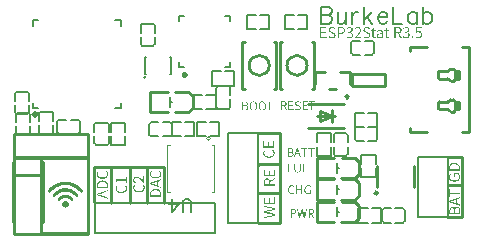
<source format=gto>
G04 Layer: TopSilkscreenLayer*
G04 EasyEDA v6.5.14, 2022-08-24 11:35:25*
G04 453cab0d859b422d838698a6d57dd674,401f954c81374b6587e5d63e119e93f9,10*
G04 Gerber Generator version 0.2*
G04 Scale: 100 percent, Rotated: No, Reflected: No *
G04 Dimensions in millimeters *
G04 leading zeros omitted , absolute positions ,4 integer and 5 decimal *
%FSLAX45Y45*%
%MOMM*%

%ADD10C,0.1524*%
%ADD11C,0.2540*%
%ADD12C,0.1016*%
%ADD13C,0.1500*%
%ADD14C,0.2030*%
%ADD15C,0.2000*%
%ADD16C,0.2030*%
%ADD17C,0.2032*%
%ADD18C,0.1270*%
%ADD19C,0.2489*%
%ADD20C,0.3000*%
%ADD21C,0.1000*%
%ADD22C,0.0184*%

%LPD*%
G36*
X-2375255Y-324154D02*
G01*
X-2386533Y-324764D01*
X-2397709Y-325983D01*
X-2410053Y-328269D01*
X-2422448Y-331571D01*
X-2434894Y-335737D01*
X-2447137Y-340766D01*
X-2459126Y-346608D01*
X-2470658Y-353161D01*
X-2481681Y-360324D01*
X-2491994Y-368096D01*
X-2496870Y-372160D01*
X-2505913Y-380644D01*
X-2510078Y-385064D01*
X-2517140Y-393954D01*
X-2520137Y-400913D01*
X-2519222Y-406806D01*
X-2514549Y-412242D01*
X-2512110Y-414070D01*
X-2509621Y-415543D01*
X-2507335Y-416509D01*
X-2505608Y-416864D01*
X-2502865Y-415594D01*
X-2497937Y-412038D01*
X-2491587Y-406755D01*
X-2479243Y-395579D01*
X-2468829Y-386892D01*
X-2458415Y-379323D01*
X-2447848Y-372872D01*
X-2442514Y-369976D01*
X-2431491Y-364998D01*
X-2425852Y-362813D01*
X-2414117Y-359105D01*
X-2401773Y-356209D01*
X-2395270Y-355041D01*
X-2382672Y-353517D01*
X-2376322Y-353110D01*
X-2363724Y-353110D01*
X-2351227Y-354126D01*
X-2338832Y-356108D01*
X-2326640Y-359105D01*
X-2320645Y-360934D01*
X-2308860Y-365302D01*
X-2297328Y-370636D01*
X-2291740Y-373634D01*
X-2280818Y-380339D01*
X-2275535Y-383997D01*
X-2265324Y-392023D01*
X-2255672Y-400862D01*
X-2249932Y-406400D01*
X-2244699Y-411022D01*
X-2240534Y-414375D01*
X-2238044Y-415950D01*
X-2233726Y-416001D01*
X-2229002Y-414070D01*
X-2224786Y-410718D01*
X-2221941Y-406450D01*
X-2220925Y-401218D01*
X-2222703Y-395681D01*
X-2227986Y-388721D01*
X-2237282Y-379222D01*
X-2243429Y-373481D01*
X-2249474Y-368198D01*
X-2255469Y-363321D01*
X-2261463Y-358851D01*
X-2267559Y-354736D01*
X-2273757Y-350875D01*
X-2280208Y-347218D01*
X-2292146Y-341325D01*
X-2302764Y-336905D01*
X-2313584Y-333146D01*
X-2324557Y-330047D01*
X-2335733Y-327558D01*
X-2346960Y-325729D01*
X-2358288Y-324612D01*
X-2369616Y-324154D01*
G37*
G36*
X-2372715Y-378764D02*
G01*
X-2378964Y-378968D01*
X-2385212Y-379526D01*
X-2391765Y-380390D01*
X-2398318Y-381609D01*
X-2404872Y-383235D01*
X-2411323Y-385114D01*
X-2417724Y-387350D01*
X-2424023Y-389940D01*
X-2430221Y-392785D01*
X-2436266Y-395986D01*
X-2442210Y-399440D01*
X-2447950Y-403199D01*
X-2453538Y-407263D01*
X-2458923Y-411581D01*
X-2468575Y-420370D01*
X-2474823Y-427786D01*
X-2477922Y-434238D01*
X-2478074Y-439978D01*
X-2477312Y-442214D01*
X-2476042Y-444500D01*
X-2474417Y-446481D01*
X-2472639Y-448005D01*
X-2467152Y-450545D01*
X-2461666Y-450138D01*
X-2455113Y-446328D01*
X-2441600Y-434543D01*
X-2432354Y-427278D01*
X-2427681Y-424078D01*
X-2423007Y-421233D01*
X-2418232Y-418642D01*
X-2408529Y-414426D01*
X-2403500Y-412699D01*
X-2393188Y-410159D01*
X-2387803Y-409295D01*
X-2376576Y-408381D01*
X-2364689Y-408432D01*
X-2357526Y-408990D01*
X-2350668Y-409803D01*
X-2344115Y-411022D01*
X-2337866Y-412597D01*
X-2331821Y-414578D01*
X-2325979Y-416966D01*
X-2320290Y-419760D01*
X-2314702Y-423011D01*
X-2309215Y-426720D01*
X-2303780Y-430885D01*
X-2298293Y-435559D01*
X-2292858Y-440740D01*
X-2285187Y-447395D01*
X-2278938Y-450545D01*
X-2273350Y-450392D01*
X-2267610Y-447090D01*
X-2263394Y-442061D01*
X-2262682Y-436168D01*
X-2265629Y-429259D01*
X-2272182Y-421132D01*
X-2276602Y-416661D01*
X-2286000Y-408432D01*
X-2290978Y-404672D01*
X-2296109Y-401167D01*
X-2306828Y-394817D01*
X-2312416Y-392023D01*
X-2318105Y-389483D01*
X-2323896Y-387197D01*
X-2335733Y-383438D01*
X-2341778Y-381965D01*
X-2347874Y-380746D01*
X-2354021Y-379831D01*
X-2360218Y-379171D01*
X-2366467Y-378815D01*
G37*
G36*
X-2370023Y-433273D02*
G01*
X-2375408Y-433324D01*
X-2380792Y-433781D01*
X-2386076Y-434593D01*
X-2391257Y-435762D01*
X-2396236Y-437286D01*
X-2401112Y-439115D01*
X-2405837Y-441248D01*
X-2410409Y-443738D01*
X-2414879Y-446481D01*
X-2419197Y-449529D01*
X-2423363Y-452831D01*
X-2427325Y-456488D01*
X-2431745Y-461060D01*
X-2434437Y-464566D01*
X-2435758Y-467817D01*
X-2436114Y-471373D01*
X-2434996Y-476961D01*
X-2431999Y-481838D01*
X-2427732Y-485241D01*
X-2422855Y-486511D01*
X-2420315Y-485952D01*
X-2417064Y-484327D01*
X-2413254Y-481736D01*
X-2404160Y-474167D01*
X-2399588Y-470763D01*
X-2395118Y-468071D01*
X-2390597Y-465937D01*
X-2385974Y-464413D01*
X-2381097Y-463346D01*
X-2375814Y-462737D01*
X-2370023Y-462534D01*
X-2364536Y-462737D01*
X-2359456Y-463346D01*
X-2354732Y-464362D01*
X-2350262Y-465835D01*
X-2345994Y-467766D01*
X-2341930Y-470204D01*
X-2337917Y-473151D01*
X-2326284Y-483209D01*
X-2320086Y-486105D01*
X-2314651Y-485393D01*
X-2309164Y-481279D01*
X-2305100Y-475996D01*
X-2304186Y-470763D01*
X-2306421Y-465023D01*
X-2312009Y-458114D01*
X-2315768Y-454406D01*
X-2319832Y-450951D01*
X-2324100Y-447801D01*
X-2328621Y-444906D01*
X-2333396Y-442366D01*
X-2338273Y-440080D01*
X-2343353Y-438099D01*
X-2348534Y-436473D01*
X-2353818Y-435152D01*
X-2359202Y-434187D01*
X-2364587Y-433527D01*
G37*
G36*
X-2369718Y-487680D02*
G01*
X-2373579Y-487832D01*
X-2379573Y-489864D01*
X-2384755Y-492455D01*
X-2389174Y-495604D01*
X-2392781Y-499313D01*
X-2395524Y-503428D01*
X-2397353Y-507949D01*
X-2398217Y-512876D01*
X-2398115Y-518058D01*
X-2396490Y-525119D01*
X-2393492Y-531164D01*
X-2389327Y-536092D01*
X-2384196Y-539851D01*
X-2378354Y-542239D01*
X-2371953Y-543153D01*
X-2365248Y-542493D01*
X-2358491Y-540105D01*
X-2354224Y-537514D01*
X-2350617Y-534263D01*
X-2347722Y-530504D01*
X-2345537Y-526288D01*
X-2344064Y-521817D01*
X-2343302Y-517194D01*
X-2343302Y-512521D01*
X-2344064Y-507898D01*
X-2345588Y-503529D01*
X-2347823Y-499414D01*
X-2350871Y-495757D01*
X-2354732Y-492709D01*
X-2359304Y-490372D01*
X-2364638Y-488594D01*
G37*
G36*
X-489915Y-39268D02*
G01*
X-489915Y-46126D01*
X-469595Y-46126D01*
X-461670Y-46786D01*
X-455980Y-48920D01*
X-452475Y-52781D01*
X-451307Y-58572D01*
X-452323Y-63906D01*
X-455625Y-67868D01*
X-461467Y-70408D01*
X-470103Y-71272D01*
X-481533Y-71272D01*
X-481533Y-46126D01*
X-489915Y-46126D01*
X-489915Y-77622D01*
X-468071Y-77622D01*
X-459079Y-78486D01*
X-452475Y-81076D01*
X-448360Y-85445D01*
X-446989Y-91592D01*
X-448411Y-98501D01*
X-452577Y-103327D01*
X-459181Y-106172D01*
X-468071Y-107086D01*
X-481533Y-107086D01*
X-481533Y-77622D01*
X-489915Y-77622D01*
X-489915Y-113690D01*
X-466801Y-113690D01*
X-460756Y-113385D01*
X-455320Y-112369D01*
X-450494Y-110693D01*
X-446379Y-108305D01*
X-443077Y-105257D01*
X-440639Y-101498D01*
X-439115Y-97028D01*
X-438607Y-91846D01*
X-439724Y-85039D01*
X-442925Y-79806D01*
X-447801Y-76149D01*
X-454101Y-74066D01*
X-454101Y-73558D01*
X-449326Y-71120D01*
X-445820Y-67462D01*
X-443636Y-62839D01*
X-442925Y-57556D01*
X-443382Y-53035D01*
X-444754Y-49225D01*
X-446989Y-46075D01*
X-449986Y-43586D01*
X-453694Y-41656D01*
X-458012Y-40335D01*
X-462940Y-39522D01*
X-468325Y-39268D01*
G37*
G36*
X-408127Y-39268D02*
G01*
X-423297Y-83718D01*
X-415493Y-83718D01*
X-409498Y-65328D01*
X-403809Y-46380D01*
X-403555Y-46380D01*
X-399796Y-59080D01*
X-391871Y-83718D01*
X-423297Y-83718D01*
X-433527Y-113690D01*
X-425145Y-113690D01*
X-417525Y-90322D01*
X-389839Y-90322D01*
X-382473Y-113690D01*
X-373329Y-113690D01*
X-398983Y-39268D01*
G37*
G36*
X-375615Y-39268D02*
G01*
X-375615Y-46380D01*
X-353009Y-46380D01*
X-353009Y-113690D01*
X-344373Y-113690D01*
X-344373Y-46380D01*
X-321767Y-46380D01*
X-321767Y-39268D01*
G37*
G36*
X-315417Y-39268D02*
G01*
X-315417Y-46380D01*
X-292557Y-46380D01*
X-292557Y-113690D01*
X-284175Y-113690D01*
X-284175Y-46380D01*
X-261315Y-46380D01*
X-261315Y-39268D01*
G37*
G36*
X-1572361Y-227685D02*
G01*
X-1578965Y-233527D01*
X-1574393Y-238252D01*
X-1571040Y-243433D01*
X-1569008Y-249174D01*
X-1568297Y-255625D01*
X-1569008Y-262128D01*
X-1571040Y-267970D01*
X-1574393Y-273050D01*
X-1578914Y-277317D01*
X-1584553Y-280720D01*
X-1591259Y-283260D01*
X-1598879Y-284784D01*
X-1607413Y-285343D01*
X-1615948Y-284784D01*
X-1623517Y-283159D01*
X-1630121Y-280568D01*
X-1635658Y-277063D01*
X-1640128Y-272694D01*
X-1643329Y-267512D01*
X-1645361Y-261670D01*
X-1646021Y-255117D01*
X-1645412Y-249326D01*
X-1643583Y-244195D01*
X-1640789Y-239725D01*
X-1637131Y-235813D01*
X-1643989Y-229971D01*
X-1648256Y-234543D01*
X-1651914Y-240385D01*
X-1654454Y-247294D01*
X-1655419Y-255371D01*
X-1655064Y-261061D01*
X-1653946Y-266496D01*
X-1652117Y-271576D01*
X-1649577Y-276250D01*
X-1646377Y-280568D01*
X-1642516Y-284429D01*
X-1638046Y-287782D01*
X-1633016Y-290626D01*
X-1627327Y-292912D01*
X-1621129Y-294589D01*
X-1614424Y-295656D01*
X-1607159Y-296011D01*
X-1599946Y-295656D01*
X-1593189Y-294640D01*
X-1587042Y-292963D01*
X-1581404Y-290728D01*
X-1576374Y-287934D01*
X-1571904Y-284632D01*
X-1568094Y-280822D01*
X-1564944Y-276606D01*
X-1562455Y-271983D01*
X-1560626Y-267004D01*
X-1559509Y-261721D01*
X-1559153Y-256133D01*
X-1560068Y-247548D01*
X-1562608Y-240080D01*
X-1566773Y-233527D01*
G37*
G36*
X-1560677Y-302615D02*
G01*
X-1653641Y-334619D01*
X-1653641Y-340715D01*
X-1645005Y-340715D01*
X-1645005Y-340207D01*
X-1629054Y-335534D01*
X-1598269Y-325729D01*
X-1598269Y-355193D01*
X-1621282Y-347776D01*
X-1636826Y-343001D01*
X-1645005Y-340715D01*
X-1653641Y-340715D01*
X-1653641Y-346049D01*
X-1560677Y-377799D01*
X-1560677Y-367385D01*
X-1590141Y-357733D01*
X-1590141Y-323189D01*
X-1560677Y-313791D01*
G37*
G36*
X-1607667Y-384657D02*
G01*
X-1614728Y-384962D01*
X-1621231Y-385876D01*
X-1627174Y-387400D01*
X-1632559Y-389534D01*
X-1637385Y-392277D01*
X-1641602Y-395579D01*
X-1645208Y-399542D01*
X-1648206Y-404063D01*
X-1650593Y-409194D01*
X-1652270Y-414883D01*
X-1653286Y-421182D01*
X-1653641Y-428091D01*
X-1653641Y-440283D01*
X-1645005Y-440283D01*
X-1645005Y-428853D01*
X-1644751Y-423418D01*
X-1643888Y-418490D01*
X-1642516Y-414070D01*
X-1640586Y-410108D01*
X-1638147Y-406603D01*
X-1635201Y-403606D01*
X-1631746Y-401066D01*
X-1627835Y-398983D01*
X-1623466Y-397357D01*
X-1618640Y-396240D01*
X-1613357Y-395528D01*
X-1607667Y-395325D01*
X-1601927Y-395528D01*
X-1596542Y-396240D01*
X-1591614Y-397357D01*
X-1587093Y-398983D01*
X-1583080Y-401066D01*
X-1579524Y-403606D01*
X-1576476Y-406603D01*
X-1573936Y-410108D01*
X-1571955Y-414070D01*
X-1570482Y-418490D01*
X-1569618Y-423418D01*
X-1569313Y-428853D01*
X-1569313Y-440283D01*
X-1653641Y-440283D01*
X-1653641Y-450951D01*
X-1560677Y-450951D01*
X-1560677Y-427583D01*
X-1561033Y-420776D01*
X-1562150Y-414578D01*
X-1563928Y-408940D01*
X-1566367Y-403910D01*
X-1569466Y-399440D01*
X-1573225Y-395528D01*
X-1577594Y-392226D01*
X-1582521Y-389483D01*
X-1588008Y-387400D01*
X-1594053Y-385876D01*
X-1600606Y-384962D01*
G37*
G36*
X-1710385Y-277114D02*
G01*
X-1710334Y-307390D01*
X-1709623Y-319024D01*
X-1720138Y-308305D01*
X-1725269Y-303479D01*
X-1735328Y-295148D01*
X-1740306Y-291642D01*
X-1745183Y-288594D01*
X-1750060Y-286105D01*
X-1754835Y-284073D01*
X-1759610Y-282600D01*
X-1764334Y-281736D01*
X-1769059Y-281432D01*
X-1774952Y-281889D01*
X-1780286Y-283260D01*
X-1784908Y-285496D01*
X-1788820Y-288544D01*
X-1791970Y-292404D01*
X-1794306Y-296976D01*
X-1795729Y-302209D01*
X-1796237Y-308102D01*
X-1795221Y-316179D01*
X-1792427Y-323189D01*
X-1788109Y-329438D01*
X-1782521Y-335280D01*
X-1776679Y-329184D01*
X-1781098Y-324916D01*
X-1784654Y-320141D01*
X-1786991Y-314909D01*
X-1787855Y-309372D01*
X-1786382Y-301447D01*
X-1782318Y-295910D01*
X-1776171Y-292658D01*
X-1768551Y-291592D01*
X-1764487Y-291846D01*
X-1760270Y-292709D01*
X-1755952Y-294132D01*
X-1751431Y-296113D01*
X-1746757Y-298704D01*
X-1741932Y-301904D01*
X-1736852Y-305714D01*
X-1731518Y-310184D01*
X-1726031Y-315264D01*
X-1720240Y-321005D01*
X-1714195Y-327406D01*
X-1707845Y-334518D01*
X-1701495Y-334518D01*
X-1701495Y-277114D01*
G37*
G36*
X-1713179Y-344932D02*
G01*
X-1719783Y-350774D01*
X-1715211Y-355498D01*
X-1711858Y-360680D01*
X-1709826Y-366420D01*
X-1709115Y-372872D01*
X-1709826Y-379374D01*
X-1711858Y-385216D01*
X-1715211Y-390296D01*
X-1719732Y-394563D01*
X-1725371Y-398018D01*
X-1732025Y-400507D01*
X-1739696Y-402031D01*
X-1748231Y-402590D01*
X-1756765Y-402031D01*
X-1764334Y-400405D01*
X-1770938Y-397814D01*
X-1776475Y-394309D01*
X-1780895Y-389940D01*
X-1784146Y-384810D01*
X-1786178Y-378917D01*
X-1786839Y-372364D01*
X-1786178Y-366572D01*
X-1784400Y-361442D01*
X-1781606Y-356971D01*
X-1777949Y-353060D01*
X-1784807Y-347218D01*
X-1789074Y-351840D01*
X-1792732Y-357632D01*
X-1795272Y-364540D01*
X-1796237Y-372618D01*
X-1795881Y-378307D01*
X-1794764Y-383743D01*
X-1792884Y-388823D01*
X-1790395Y-393547D01*
X-1787194Y-397814D01*
X-1783334Y-401675D01*
X-1778863Y-405079D01*
X-1773783Y-407924D01*
X-1768144Y-410159D01*
X-1761947Y-411835D01*
X-1755241Y-412902D01*
X-1747977Y-413258D01*
X-1740712Y-412902D01*
X-1734007Y-411886D01*
X-1727809Y-410209D01*
X-1722221Y-407974D01*
X-1717192Y-405180D01*
X-1712722Y-401878D01*
X-1708912Y-398068D01*
X-1705762Y-393852D01*
X-1703273Y-389229D01*
X-1701444Y-384251D01*
X-1700326Y-378968D01*
X-1699971Y-373380D01*
X-1700834Y-364794D01*
X-1703425Y-357327D01*
X-1707591Y-350774D01*
G37*
G36*
X-1860194Y-285242D02*
G01*
X-1860194Y-304038D01*
X-1944522Y-304038D01*
X-1944522Y-311912D01*
X-1942592Y-315772D01*
X-1940864Y-320192D01*
X-1939442Y-325120D01*
X-1938172Y-330708D01*
X-1931568Y-330708D01*
X-1931568Y-314452D01*
X-1860194Y-314452D01*
X-1860194Y-335280D01*
X-1851558Y-335280D01*
X-1851558Y-285242D01*
G37*
G36*
X-1863242Y-351282D02*
G01*
X-1869846Y-357124D01*
X-1865274Y-361899D01*
X-1861972Y-367030D01*
X-1859889Y-372668D01*
X-1859178Y-378968D01*
X-1859889Y-385521D01*
X-1861921Y-391363D01*
X-1865274Y-396443D01*
X-1869795Y-400710D01*
X-1875434Y-404114D01*
X-1882139Y-406654D01*
X-1889760Y-408178D01*
X-1898294Y-408686D01*
X-1906828Y-408178D01*
X-1914398Y-406552D01*
X-1921002Y-403961D01*
X-1926539Y-400456D01*
X-1931009Y-396138D01*
X-1934260Y-391007D01*
X-1936242Y-385216D01*
X-1936902Y-378714D01*
X-1936292Y-372973D01*
X-1934464Y-367842D01*
X-1931670Y-363321D01*
X-1928012Y-359410D01*
X-1934870Y-353568D01*
X-1939137Y-358190D01*
X-1942795Y-363982D01*
X-1945335Y-370840D01*
X-1946300Y-378714D01*
X-1945944Y-384505D01*
X-1944827Y-389940D01*
X-1942998Y-395071D01*
X-1940458Y-399846D01*
X-1937257Y-404164D01*
X-1933397Y-408025D01*
X-1928977Y-411429D01*
X-1923897Y-414274D01*
X-1918258Y-416559D01*
X-1912010Y-418236D01*
X-1905304Y-419252D01*
X-1898040Y-419608D01*
X-1890826Y-419252D01*
X-1884070Y-418236D01*
X-1877923Y-416610D01*
X-1872284Y-414375D01*
X-1867255Y-411530D01*
X-1862785Y-408228D01*
X-1858975Y-404418D01*
X-1855825Y-400151D01*
X-1853336Y-395528D01*
X-1851507Y-390499D01*
X-1850440Y-385114D01*
X-1850034Y-379476D01*
X-1850948Y-371043D01*
X-1853488Y-363575D01*
X-1857654Y-357022D01*
G37*
G36*
X-2022398Y-230479D02*
G01*
X-2029002Y-236321D01*
X-2024430Y-241046D01*
X-2021078Y-246227D01*
X-2018995Y-251967D01*
X-2018334Y-258419D01*
X-2018995Y-264922D01*
X-2021078Y-270764D01*
X-2024380Y-275844D01*
X-2028901Y-280111D01*
X-2034539Y-283514D01*
X-2041245Y-286054D01*
X-2048916Y-287578D01*
X-2057450Y-288137D01*
X-2065934Y-287578D01*
X-2073554Y-285953D01*
X-2080158Y-283362D01*
X-2085695Y-279857D01*
X-2090115Y-275488D01*
X-2093366Y-270306D01*
X-2095347Y-264464D01*
X-2096058Y-257911D01*
X-2095398Y-252120D01*
X-2093569Y-246989D01*
X-2090775Y-242519D01*
X-2087168Y-238607D01*
X-2094026Y-232765D01*
X-2098243Y-237337D01*
X-2101900Y-243179D01*
X-2104491Y-250088D01*
X-2105456Y-258165D01*
X-2105050Y-263855D01*
X-2103932Y-269290D01*
X-2102104Y-274370D01*
X-2099564Y-279044D01*
X-2096414Y-283362D01*
X-2092553Y-287223D01*
X-2088083Y-290576D01*
X-2083003Y-293420D01*
X-2077364Y-295706D01*
X-2071166Y-297383D01*
X-2064410Y-298450D01*
X-2057196Y-298805D01*
X-2049932Y-298450D01*
X-2043226Y-297434D01*
X-2037029Y-295757D01*
X-2031390Y-293522D01*
X-2026361Y-290728D01*
X-2021941Y-287426D01*
X-2018131Y-283616D01*
X-2014931Y-279400D01*
X-2012442Y-274777D01*
X-2010664Y-269798D01*
X-2009546Y-264515D01*
X-2009190Y-258927D01*
X-2010054Y-250342D01*
X-2012645Y-242874D01*
X-2016760Y-236321D01*
G37*
G36*
X-2057704Y-313791D02*
G01*
X-2064715Y-314096D01*
X-2071217Y-315010D01*
X-2077212Y-316534D01*
X-2082596Y-318719D01*
X-2087422Y-321462D01*
X-2091639Y-324815D01*
X-2095246Y-328777D01*
X-2098243Y-333298D01*
X-2100580Y-338429D01*
X-2102256Y-344119D01*
X-2103323Y-350367D01*
X-2103678Y-357225D01*
X-2103678Y-369671D01*
X-2095042Y-369671D01*
X-2095042Y-358241D01*
X-2094738Y-352806D01*
X-2093874Y-347878D01*
X-2092502Y-343458D01*
X-2090572Y-339496D01*
X-2088134Y-335991D01*
X-2085187Y-332994D01*
X-2081784Y-330454D01*
X-2077872Y-328371D01*
X-2073503Y-326745D01*
X-2068677Y-325628D01*
X-2063394Y-324916D01*
X-2057704Y-324713D01*
X-2051913Y-324916D01*
X-2046528Y-325628D01*
X-2041601Y-326745D01*
X-2037130Y-328371D01*
X-2033117Y-330454D01*
X-2029561Y-332994D01*
X-2026513Y-335991D01*
X-2023973Y-339496D01*
X-2021941Y-343458D01*
X-2020519Y-347878D01*
X-2019604Y-352806D01*
X-2019350Y-358241D01*
X-2019350Y-369671D01*
X-2103678Y-369671D01*
X-2103678Y-380085D01*
X-2010714Y-380085D01*
X-2010714Y-356971D01*
X-2011070Y-350164D01*
X-2012137Y-343966D01*
X-2013915Y-338328D01*
X-2016404Y-333248D01*
X-2019503Y-328726D01*
X-2023211Y-324764D01*
X-2027580Y-321462D01*
X-2032507Y-318719D01*
X-2037994Y-316534D01*
X-2044039Y-315010D01*
X-2050643Y-314096D01*
G37*
G36*
X-2010714Y-393547D02*
G01*
X-2103678Y-425551D01*
X-2103678Y-431647D01*
X-2095042Y-431647D01*
X-2095042Y-431139D01*
X-2079091Y-426466D01*
X-2048306Y-416661D01*
X-2048306Y-446125D01*
X-2071268Y-438708D01*
X-2086864Y-433933D01*
X-2095042Y-431647D01*
X-2103678Y-431647D01*
X-2103678Y-436981D01*
X-2010714Y-468731D01*
X-2010714Y-458317D01*
X-2040178Y-448665D01*
X-2040178Y-414121D01*
X-2010714Y-404723D01*
G37*
G36*
X922223Y-164541D02*
G01*
X915162Y-164846D01*
X908659Y-165760D01*
X902665Y-167284D01*
X897280Y-169418D01*
X892403Y-172161D01*
X888136Y-175463D01*
X884529Y-179425D01*
X881481Y-183946D01*
X879094Y-189077D01*
X877417Y-194767D01*
X876350Y-201066D01*
X875995Y-207975D01*
X875995Y-220167D01*
X884631Y-220167D01*
X884631Y-208737D01*
X884936Y-203301D01*
X885748Y-198374D01*
X887171Y-193954D01*
X889050Y-189992D01*
X891540Y-186486D01*
X894486Y-183489D01*
X897940Y-180949D01*
X901852Y-178866D01*
X906271Y-177241D01*
X911148Y-176123D01*
X916482Y-175412D01*
X922223Y-175209D01*
X927912Y-175412D01*
X933246Y-176123D01*
X938123Y-177241D01*
X942594Y-178866D01*
X946607Y-180949D01*
X950112Y-183489D01*
X953160Y-186486D01*
X955700Y-189992D01*
X957681Y-193954D01*
X959154Y-198374D01*
X960018Y-203301D01*
X960323Y-208737D01*
X960323Y-220167D01*
X875995Y-220167D01*
X875995Y-230835D01*
X968959Y-230835D01*
X968959Y-207467D01*
X968603Y-200660D01*
X967536Y-194462D01*
X965758Y-188823D01*
X963320Y-183794D01*
X960272Y-179324D01*
X956564Y-175412D01*
X952246Y-172110D01*
X947318Y-169367D01*
X941832Y-167284D01*
X935837Y-165760D01*
X929284Y-164846D01*
G37*
G36*
X921461Y-253187D02*
G01*
X921461Y-283159D01*
X930097Y-283159D01*
X930097Y-263093D01*
X955497Y-263093D01*
X958037Y-266446D01*
X959866Y-270713D01*
X960983Y-275488D01*
X961339Y-280619D01*
X960628Y-287782D01*
X958646Y-294132D01*
X955344Y-299567D01*
X950823Y-304088D01*
X945184Y-307644D01*
X938530Y-310235D01*
X930859Y-311810D01*
X922223Y-312369D01*
X913688Y-311759D01*
X906119Y-310083D01*
X899515Y-307390D01*
X893978Y-303733D01*
X889558Y-299110D01*
X886307Y-293725D01*
X884275Y-287528D01*
X883615Y-280619D01*
X884326Y-274015D01*
X886256Y-268528D01*
X889101Y-264007D01*
X892505Y-260299D01*
X885647Y-254457D01*
X881634Y-259029D01*
X878078Y-264871D01*
X875487Y-272135D01*
X874471Y-280873D01*
X874826Y-286867D01*
X875944Y-292506D01*
X877773Y-297840D01*
X880313Y-302717D01*
X883513Y-307187D01*
X887323Y-311150D01*
X891794Y-314655D01*
X896823Y-317550D01*
X902462Y-319887D01*
X908608Y-321614D01*
X915314Y-322681D01*
X922477Y-323037D01*
X929792Y-322681D01*
X936548Y-321665D01*
X942797Y-319989D01*
X948436Y-317703D01*
X953465Y-314858D01*
X957935Y-311454D01*
X961745Y-307543D01*
X964946Y-303174D01*
X967435Y-298348D01*
X969264Y-293166D01*
X970381Y-287528D01*
X970737Y-281635D01*
X969924Y-272796D01*
X967689Y-265023D01*
X964285Y-258419D01*
X960069Y-253187D01*
G37*
G36*
X880059Y-387299D02*
G01*
X880059Y-454863D01*
X888949Y-454863D01*
X888949Y-426415D01*
X973023Y-426415D01*
X973023Y-415747D01*
X888949Y-415747D01*
X888949Y-387299D01*
G37*
G36*
X973023Y-452069D02*
G01*
X880059Y-483819D01*
X880059Y-490169D01*
X888695Y-490169D01*
X888695Y-489661D01*
X904646Y-484936D01*
X935431Y-475183D01*
X935431Y-504393D01*
X912469Y-497128D01*
X888695Y-490169D01*
X880059Y-490169D01*
X880059Y-495503D01*
X973023Y-527253D01*
X973023Y-516585D01*
X943559Y-507187D01*
X943559Y-472389D01*
X973023Y-463245D01*
G37*
G36*
X945845Y-533603D02*
G01*
X937260Y-535025D01*
X930656Y-538988D01*
X926033Y-545084D01*
X923493Y-552907D01*
X922985Y-552907D01*
X919835Y-546963D01*
X915212Y-542594D01*
X909370Y-539902D01*
X902665Y-538937D01*
X897077Y-539546D01*
X892403Y-541274D01*
X888492Y-544017D01*
X885342Y-547776D01*
X883005Y-552399D01*
X881329Y-557784D01*
X880364Y-563930D01*
X880059Y-570687D01*
X880059Y-587197D01*
X888441Y-587197D01*
X888441Y-572211D01*
X889253Y-562305D01*
X891895Y-555193D01*
X896670Y-550824D01*
X903935Y-549351D01*
X910590Y-550672D01*
X915669Y-554888D01*
X918819Y-562203D01*
X919937Y-572973D01*
X919937Y-587197D01*
X928065Y-587197D01*
X928065Y-570433D01*
X928319Y-564388D01*
X929081Y-559104D01*
X930402Y-554532D01*
X932230Y-550722D01*
X934618Y-547725D01*
X937615Y-545541D01*
X941171Y-544220D01*
X945337Y-543763D01*
X949960Y-544220D01*
X953922Y-545592D01*
X957224Y-547878D01*
X959916Y-550926D01*
X961999Y-554736D01*
X963472Y-559308D01*
X964336Y-564540D01*
X964641Y-570433D01*
X964641Y-587197D01*
X880059Y-587197D01*
X880059Y-597611D01*
X973023Y-597611D01*
X973023Y-568655D01*
X972616Y-561187D01*
X971296Y-554380D01*
X969162Y-548436D01*
X966216Y-543306D01*
X962355Y-539191D01*
X957681Y-536143D01*
X952195Y-534263D01*
G37*
G36*
X-610108Y18440D02*
G01*
X-610108Y-25247D01*
X-645668Y-25247D01*
X-645668Y10312D01*
X-654558Y10312D01*
X-654558Y-25247D01*
X-685292Y-25247D01*
X-685292Y17170D01*
X-694182Y17170D01*
X-694182Y-35915D01*
X-601218Y-35915D01*
X-601218Y18440D01*
G37*
G36*
X-612902Y-53441D02*
G01*
X-619506Y-59283D01*
X-614934Y-64058D01*
X-611581Y-69189D01*
X-609549Y-74930D01*
X-608838Y-81381D01*
X-609549Y-87934D01*
X-611581Y-93776D01*
X-614832Y-98856D01*
X-619353Y-103124D01*
X-624992Y-106527D01*
X-631647Y-109067D01*
X-639368Y-110591D01*
X-647954Y-111099D01*
X-656488Y-110591D01*
X-664057Y-108966D01*
X-670661Y-106375D01*
X-676198Y-102870D01*
X-680669Y-98501D01*
X-683869Y-93319D01*
X-685901Y-87426D01*
X-686562Y-80873D01*
X-685901Y-75133D01*
X-684123Y-70002D01*
X-681329Y-65481D01*
X-677672Y-61569D01*
X-684530Y-55727D01*
X-688746Y-60350D01*
X-692302Y-66141D01*
X-694791Y-73101D01*
X-695706Y-81127D01*
X-695350Y-86868D01*
X-694232Y-92252D01*
X-692404Y-97332D01*
X-689864Y-102057D01*
X-686663Y-106375D01*
X-682853Y-110235D01*
X-678383Y-113588D01*
X-673354Y-116433D01*
X-667766Y-118719D01*
X-661568Y-120396D01*
X-654913Y-121412D01*
X-647700Y-121767D01*
X-640384Y-121412D01*
X-633628Y-120396D01*
X-627430Y-118770D01*
X-621741Y-116535D01*
X-616712Y-113741D01*
X-612241Y-110439D01*
X-608431Y-106629D01*
X-605231Y-102412D01*
X-602742Y-97790D01*
X-600913Y-92811D01*
X-599795Y-87477D01*
X-599440Y-81889D01*
X-600354Y-73355D01*
X-602945Y-65887D01*
X-607161Y-59283D01*
G37*
G36*
X-606145Y-222453D02*
G01*
X-606145Y-266395D01*
X-641705Y-266395D01*
X-641705Y-230581D01*
X-650595Y-230581D01*
X-650595Y-266395D01*
X-681329Y-266395D01*
X-681329Y-223977D01*
X-690219Y-223977D01*
X-690219Y-276809D01*
X-597255Y-276809D01*
X-597255Y-222453D01*
G37*
G36*
X-597255Y-293573D02*
G01*
X-638403Y-317449D01*
X-639724Y-312775D01*
X-641604Y-308610D01*
X-643991Y-304901D01*
X-646988Y-301802D01*
X-650494Y-299262D01*
X-654558Y-297383D01*
X-659130Y-296214D01*
X-664311Y-295859D01*
X-670864Y-296468D01*
X-676402Y-298196D01*
X-680872Y-301040D01*
X-684428Y-304850D01*
X-687019Y-309524D01*
X-688848Y-315010D01*
X-689864Y-321259D01*
X-690219Y-328117D01*
X-690219Y-345897D01*
X-681583Y-345897D01*
X-681583Y-329641D01*
X-680669Y-319684D01*
X-677722Y-312470D01*
X-672338Y-308000D01*
X-664311Y-306527D01*
X-656183Y-308000D01*
X-650494Y-312470D01*
X-647141Y-319684D01*
X-646023Y-329641D01*
X-646023Y-345897D01*
X-690219Y-345897D01*
X-690219Y-356565D01*
X-597255Y-356565D01*
X-597255Y-345897D01*
X-637387Y-345897D01*
X-637387Y-328625D01*
X-597255Y-305257D01*
G37*
G36*
X-603707Y-457758D02*
G01*
X-603707Y-501700D01*
X-639521Y-501700D01*
X-639521Y-465886D01*
X-648411Y-465886D01*
X-648411Y-501700D01*
X-678891Y-501700D01*
X-678891Y-459282D01*
X-687781Y-459282D01*
X-687781Y-512114D01*
X-594817Y-512114D01*
X-594817Y-457758D01*
G37*
G36*
X-687781Y-528624D02*
G01*
X-687781Y-538784D01*
X-635965Y-549198D01*
X-605993Y-554532D01*
X-605993Y-555040D01*
X-635965Y-562152D01*
X-687781Y-575360D01*
X-687781Y-585266D01*
X-635965Y-598220D01*
X-605993Y-605078D01*
X-605993Y-605586D01*
X-635965Y-611174D01*
X-687781Y-621588D01*
X-687781Y-632256D01*
X-594817Y-612190D01*
X-594817Y-599998D01*
X-658063Y-584301D01*
X-673811Y-580694D01*
X-673811Y-580186D01*
X-652729Y-575614D01*
X-594817Y-560882D01*
X-594817Y-548436D01*
G37*
G36*
X-112776Y986790D02*
G01*
X-118770Y986332D01*
X-124206Y984961D01*
X-129133Y982827D01*
X-133299Y979982D01*
X-136753Y976426D01*
X-139293Y972312D01*
X-140919Y967689D01*
X-141478Y962660D01*
X-139750Y953820D01*
X-135280Y947216D01*
X-129133Y942441D01*
X-122428Y939037D01*
X-102870Y930198D01*
X-97790Y926744D01*
X-94437Y922223D01*
X-93218Y915924D01*
X-94589Y909370D01*
X-98602Y904290D01*
X-105003Y901090D01*
X-113537Y899921D01*
X-120853Y900734D01*
X-127762Y903122D01*
X-134112Y906780D01*
X-139700Y911606D01*
X-146050Y904494D01*
X-139446Y898652D01*
X-131826Y894283D01*
X-123240Y891489D01*
X-113792Y890524D01*
X-106883Y891032D01*
X-100787Y892556D01*
X-95402Y894994D01*
X-90932Y898194D01*
X-87325Y902055D01*
X-84734Y906475D01*
X-83108Y911402D01*
X-82550Y916686D01*
X-84074Y925830D01*
X-88188Y932637D01*
X-94335Y937717D01*
X-101854Y941578D01*
X-115316Y947166D01*
X-120751Y949655D01*
X-125730Y952906D01*
X-129387Y957326D01*
X-130810Y963421D01*
X-129489Y969264D01*
X-125780Y973785D01*
X-120091Y976630D01*
X-112776Y977646D01*
X-106476Y976985D01*
X-100838Y975207D01*
X-95758Y972413D01*
X-91186Y968756D01*
X-85852Y975614D01*
X-91186Y980135D01*
X-97485Y983691D01*
X-104749Y985977D01*
G37*
G36*
X35560Y986790D02*
G01*
X27990Y985977D01*
X21285Y983742D01*
X15290Y980338D01*
X9906Y976121D01*
X15494Y969264D01*
X19710Y972921D01*
X24434Y975817D01*
X29514Y977747D01*
X35052Y978408D01*
X41859Y977290D01*
X46990Y974242D01*
X50190Y969416D01*
X51308Y963168D01*
X50952Y959408D01*
X49936Y955903D01*
X48107Y952804D01*
X45466Y950112D01*
X41910Y947928D01*
X37388Y946251D01*
X31800Y945235D01*
X25146Y944880D01*
X25146Y936498D01*
X32613Y936142D01*
X38862Y935126D01*
X43942Y933500D01*
X47955Y931265D01*
X51003Y928522D01*
X53035Y925271D01*
X54254Y921562D01*
X54610Y917448D01*
X53187Y909929D01*
X49174Y904240D01*
X43027Y900684D01*
X35306Y899414D01*
X27686Y900277D01*
X21386Y902665D01*
X16154Y906068D01*
X11684Y910082D01*
X6350Y903224D01*
X11480Y898550D01*
X17932Y894486D01*
X25958Y891590D01*
X35814Y890524D01*
X41757Y890981D01*
X47244Y892352D01*
X52222Y894537D01*
X56540Y897534D01*
X60045Y901344D01*
X62738Y905865D01*
X64414Y911047D01*
X65024Y916940D01*
X63449Y925779D01*
X59232Y932789D01*
X52933Y937818D01*
X45212Y940816D01*
X45212Y941324D01*
X52019Y944727D01*
X57302Y949604D01*
X60756Y955954D01*
X61976Y963930D01*
X61467Y969060D01*
X59994Y973632D01*
X57658Y977544D01*
X54508Y980795D01*
X50596Y983386D01*
X46126Y985266D01*
X41046Y986383D01*
G37*
G36*
X104394Y986790D02*
G01*
X96418Y985824D01*
X89357Y983081D01*
X83058Y978865D01*
X77216Y973328D01*
X83312Y967486D01*
X87579Y971753D01*
X92405Y975207D01*
X97688Y977544D01*
X103378Y978408D01*
X111150Y976985D01*
X116636Y972972D01*
X119837Y966927D01*
X120904Y959358D01*
X120650Y955294D01*
X119786Y951077D01*
X118364Y946708D01*
X116382Y942187D01*
X113792Y937514D01*
X110591Y932586D01*
X106781Y927506D01*
X102311Y922172D01*
X97231Y916584D01*
X91490Y910793D01*
X85090Y904748D01*
X77978Y898398D01*
X77978Y892302D01*
X135382Y892302D01*
X135382Y901192D01*
X105105Y901141D01*
X93726Y900430D01*
X104343Y910894D01*
X109118Y916025D01*
X117398Y926084D01*
X120853Y931011D01*
X123901Y935888D01*
X126390Y940714D01*
X128422Y945540D01*
X129844Y950315D01*
X130759Y955090D01*
X131064Y959866D01*
X130606Y965708D01*
X129235Y970940D01*
X127000Y975512D01*
X123901Y979424D01*
X120091Y982573D01*
X115519Y984859D01*
X110286Y986282D01*
G37*
G36*
X181356Y986790D02*
G01*
X175361Y986332D01*
X169926Y984961D01*
X164998Y982827D01*
X160832Y979982D01*
X157378Y976426D01*
X154838Y972312D01*
X153212Y967689D01*
X152654Y962660D01*
X154381Y953820D01*
X158800Y947216D01*
X164846Y942441D01*
X171450Y939037D01*
X184912Y933196D01*
X191262Y930198D01*
X196342Y926744D01*
X199694Y922223D01*
X200914Y915924D01*
X199542Y909370D01*
X195529Y904290D01*
X189128Y901090D01*
X180594Y899921D01*
X173278Y900734D01*
X166370Y903122D01*
X160020Y906780D01*
X154432Y911606D01*
X148082Y904494D01*
X154686Y898652D01*
X162306Y894283D01*
X170891Y891489D01*
X180340Y890524D01*
X187248Y891032D01*
X193344Y892556D01*
X198729Y894994D01*
X203200Y898194D01*
X206806Y902055D01*
X209397Y906475D01*
X211023Y911402D01*
X211582Y916686D01*
X210058Y925830D01*
X205943Y932637D01*
X199796Y937717D01*
X192278Y941578D01*
X178816Y947166D01*
X173380Y949655D01*
X168402Y952906D01*
X164744Y957326D01*
X163322Y963421D01*
X164642Y969264D01*
X168351Y973785D01*
X174040Y976630D01*
X181356Y977646D01*
X187655Y976985D01*
X193294Y975207D01*
X198374Y972413D01*
X202946Y968756D01*
X208279Y975614D01*
X202946Y980135D01*
X196646Y983691D01*
X189382Y985977D01*
G37*
G36*
X514604Y986790D02*
G01*
X507034Y985977D01*
X500329Y983742D01*
X494334Y980338D01*
X488950Y976121D01*
X494538Y969264D01*
X498754Y972921D01*
X503478Y975817D01*
X508558Y977747D01*
X514096Y978408D01*
X520903Y977290D01*
X526034Y974242D01*
X529234Y969416D01*
X530352Y963168D01*
X530047Y959408D01*
X529031Y955903D01*
X527253Y952804D01*
X524611Y950112D01*
X521055Y947928D01*
X516534Y946251D01*
X510946Y945235D01*
X504190Y944880D01*
X504190Y936498D01*
X511657Y936142D01*
X517906Y935126D01*
X522985Y933500D01*
X526999Y931265D01*
X530047Y928522D01*
X532079Y925271D01*
X533298Y921562D01*
X533654Y917448D01*
X532231Y909929D01*
X528218Y904240D01*
X522071Y900684D01*
X514350Y899414D01*
X506730Y900277D01*
X500430Y902665D01*
X495198Y906068D01*
X490728Y910082D01*
X485393Y903224D01*
X490524Y898550D01*
X496976Y894486D01*
X505002Y891590D01*
X514858Y890524D01*
X520801Y890981D01*
X526288Y892352D01*
X531266Y894537D01*
X535584Y897534D01*
X539089Y901344D01*
X541782Y905865D01*
X543458Y911047D01*
X544068Y916940D01*
X542493Y925779D01*
X538276Y932789D01*
X531977Y937818D01*
X524256Y940816D01*
X524256Y941324D01*
X531063Y944727D01*
X536346Y949604D01*
X539800Y955954D01*
X541020Y963930D01*
X540512Y969060D01*
X539038Y973632D01*
X536702Y977544D01*
X533552Y980795D01*
X529640Y983386D01*
X525170Y985266D01*
X520090Y986383D01*
G37*
G36*
X-213360Y985266D02*
G01*
X-213360Y892302D01*
X-159004Y892302D01*
X-159004Y901192D01*
X-202692Y901192D01*
X-202692Y937006D01*
X-167132Y937006D01*
X-167132Y945896D01*
X-202692Y945896D01*
X-202692Y976376D01*
X-160274Y976376D01*
X-160274Y985266D01*
G37*
G36*
X-64008Y985266D02*
G01*
X-64008Y976630D01*
X-39624Y976630D01*
X-33629Y976426D01*
X-28448Y975715D01*
X-24028Y974547D01*
X-20421Y972718D01*
X-17576Y970280D01*
X-15595Y967079D01*
X-14376Y963117D01*
X-13970Y958342D01*
X-14376Y953465D01*
X-15544Y949350D01*
X-17526Y945946D01*
X-20269Y943203D01*
X-23876Y941120D01*
X-28244Y939647D01*
X-33375Y938784D01*
X-39370Y938530D01*
X-53340Y938530D01*
X-53340Y976630D01*
X-64008Y976630D01*
X-64008Y892302D01*
X-53340Y892302D01*
X-53340Y929894D01*
X-37592Y929894D01*
X-30276Y930300D01*
X-23723Y931621D01*
X-17881Y933805D01*
X-12954Y936904D01*
X-8991Y940866D01*
X-5994Y945743D01*
X-4165Y951585D01*
X-3556Y958342D01*
X-4165Y965250D01*
X-6045Y970991D01*
X-8991Y975664D01*
X-13055Y979322D01*
X-18084Y982014D01*
X-24028Y983894D01*
X-30784Y984910D01*
X-38354Y985266D01*
G37*
G36*
X415035Y985266D02*
G01*
X415035Y976630D01*
X441706Y976630D01*
X451662Y975715D01*
X459028Y972769D01*
X463550Y967435D01*
X465074Y959358D01*
X463550Y951331D01*
X459028Y945642D01*
X451662Y942238D01*
X441706Y941069D01*
X425450Y941069D01*
X425450Y976630D01*
X415035Y976630D01*
X415035Y892302D01*
X425450Y892302D01*
X425450Y932434D01*
X442976Y932434D01*
X466090Y892302D01*
X478028Y892302D01*
X453898Y933450D01*
X458622Y934821D01*
X462838Y936752D01*
X466547Y939190D01*
X469646Y942136D01*
X472135Y945591D01*
X473964Y949655D01*
X475081Y954227D01*
X475488Y959358D01*
X474878Y965962D01*
X473151Y971448D01*
X470306Y975918D01*
X466547Y979474D01*
X461873Y982116D01*
X456438Y983894D01*
X450240Y984910D01*
X443484Y985266D01*
G37*
G36*
X599694Y985266D02*
G01*
X596646Y942086D01*
X602488Y938530D01*
X606298Y940917D01*
X610006Y942644D01*
X613867Y943762D01*
X618236Y944118D01*
X626364Y942644D01*
X632612Y938326D01*
X636625Y931468D01*
X638048Y922274D01*
X636422Y912723D01*
X632104Y905510D01*
X625602Y900988D01*
X617728Y899414D01*
X610108Y900277D01*
X603859Y902512D01*
X598678Y905865D01*
X594360Y909828D01*
X589280Y902969D01*
X594360Y898448D01*
X600760Y894486D01*
X608685Y891590D01*
X618490Y890524D01*
X624230Y891082D01*
X629716Y892657D01*
X634796Y895299D01*
X639267Y898855D01*
X643077Y903427D01*
X645972Y908862D01*
X647801Y915162D01*
X648462Y922274D01*
X647903Y929487D01*
X646277Y935634D01*
X643737Y940816D01*
X640334Y944981D01*
X636219Y948182D01*
X631545Y950468D01*
X626364Y951788D01*
X620776Y952246D01*
X616661Y951992D01*
X612952Y951179D01*
X609549Y949909D01*
X606298Y948182D01*
X608838Y976376D01*
X644144Y976376D01*
X644144Y985266D01*
G37*
G36*
X229362Y980440D02*
G01*
X228092Y960882D01*
X217424Y960374D01*
X217424Y952246D01*
X227838Y952246D01*
X227838Y913130D01*
X228041Y908303D01*
X228803Y903935D01*
X230073Y900074D01*
X231952Y896772D01*
X234492Y894130D01*
X237794Y892149D01*
X241909Y890930D01*
X246888Y890524D01*
X249732Y890778D01*
X258825Y893064D01*
X256794Y900937D01*
X252933Y899668D01*
X248920Y899160D01*
X243789Y900074D01*
X240436Y902766D01*
X238556Y906983D01*
X237998Y912621D01*
X237998Y952246D01*
X257048Y952246D01*
X257048Y960882D01*
X237998Y960882D01*
X237998Y980440D01*
G37*
G36*
X342392Y980440D02*
G01*
X341122Y960882D01*
X330454Y960374D01*
X330454Y952246D01*
X340868Y952246D01*
X340868Y913130D01*
X341782Y903935D01*
X344932Y896772D01*
X350723Y892149D01*
X359664Y890524D01*
X362661Y890778D01*
X371856Y893064D01*
X369824Y900937D01*
X365963Y899668D01*
X361950Y899160D01*
X356717Y900074D01*
X353364Y902766D01*
X351536Y906983D01*
X351028Y912621D01*
X351028Y952246D01*
X370078Y952246D01*
X370078Y960882D01*
X351028Y960882D01*
X351028Y980440D01*
G37*
G36*
X294894Y962660D02*
G01*
X286918Y961796D01*
X279654Y959612D01*
X273304Y956665D01*
X268224Y953516D01*
X272542Y946403D01*
X276758Y949198D01*
X281686Y951636D01*
X287172Y953363D01*
X293116Y954024D01*
X300431Y952449D01*
X304952Y948283D01*
X307238Y942340D01*
X307848Y935482D01*
X297586Y934059D01*
X288798Y932180D01*
X281482Y929894D01*
X275590Y927049D01*
X271068Y923747D01*
X267919Y919784D01*
X266039Y915263D01*
X265489Y910590D01*
X275336Y910590D01*
X275742Y913942D01*
X277012Y916990D01*
X279247Y919683D01*
X282549Y922070D01*
X286969Y924153D01*
X292608Y925931D01*
X299516Y927455D01*
X307848Y928624D01*
X307848Y908558D01*
X302869Y904392D01*
X298043Y901344D01*
X293166Y899515D01*
X288036Y898906D01*
X283159Y899566D01*
X279095Y901598D01*
X276352Y905205D01*
X275336Y910590D01*
X265489Y910590D01*
X265430Y910082D01*
X266954Y901649D01*
X271170Y895553D01*
X277418Y891794D01*
X285242Y890524D01*
X291592Y891336D01*
X297586Y893521D01*
X303174Y896721D01*
X308356Y900684D01*
X308864Y900684D01*
X309626Y892302D01*
X318262Y892302D01*
X318262Y934974D01*
X317957Y940816D01*
X316992Y946150D01*
X315264Y950874D01*
X312877Y954938D01*
X309676Y958189D01*
X305612Y960628D01*
X300736Y962152D01*
G37*
G36*
X568452Y907287D02*
G01*
X565404Y906678D01*
X562914Y904900D01*
X561187Y902258D01*
X560578Y898906D01*
X561187Y895553D01*
X562914Y892911D01*
X565404Y891133D01*
X568452Y890524D01*
X571500Y891133D01*
X573989Y892911D01*
X575716Y895553D01*
X576326Y898906D01*
X575716Y902258D01*
X573989Y904900D01*
X571500Y906678D01*
G37*
G36*
X-402082Y358394D02*
G01*
X-411226Y356971D01*
X-418439Y352958D01*
X-423214Y346811D01*
X-424942Y339090D01*
X-423570Y331927D01*
X-419963Y326593D01*
X-415086Y322783D01*
X-409701Y320040D01*
X-394055Y312928D01*
X-390042Y310286D01*
X-387299Y306628D01*
X-386334Y301498D01*
X-387451Y296316D01*
X-390652Y292303D01*
X-395782Y289712D01*
X-402590Y288798D01*
X-408533Y289458D01*
X-414070Y291287D01*
X-419049Y294284D01*
X-423418Y298196D01*
X-428498Y292354D01*
X-423265Y287883D01*
X-417169Y284429D01*
X-410362Y282194D01*
X-402844Y281432D01*
X-397306Y281838D01*
X-392379Y283057D01*
X-388061Y284937D01*
X-384454Y287477D01*
X-381558Y290525D01*
X-379425Y294081D01*
X-378155Y297992D01*
X-377698Y302260D01*
X-378917Y309422D01*
X-382320Y314807D01*
X-387248Y318922D01*
X-393192Y322072D01*
X-404114Y326644D01*
X-408381Y328676D01*
X-412292Y331216D01*
X-415188Y334721D01*
X-416306Y339598D01*
X-415290Y344373D01*
X-412445Y347980D01*
X-407924Y350266D01*
X-402082Y351028D01*
X-397002Y350520D01*
X-392480Y349097D01*
X-388416Y346862D01*
X-384810Y343916D01*
X-380238Y349250D01*
X-384505Y352907D01*
X-389636Y355803D01*
X-395528Y357733D01*
G37*
G36*
X-546100Y357124D02*
G01*
X-546100Y350266D01*
X-524764Y350266D01*
X-516839Y349554D01*
X-510997Y347218D01*
X-507441Y343001D01*
X-506222Y336550D01*
X-507441Y329946D01*
X-510997Y325374D01*
X-516839Y322681D01*
X-524764Y321818D01*
X-537718Y321818D01*
X-537718Y350266D01*
X-546100Y350266D01*
X-546100Y282702D01*
X-537718Y282702D01*
X-537718Y314706D01*
X-523748Y314706D01*
X-505206Y282702D01*
X-495808Y282702D01*
X-514858Y315722D01*
X-507746Y318312D01*
X-502310Y322630D01*
X-498805Y328676D01*
X-497585Y336550D01*
X-498093Y341833D01*
X-499516Y346202D01*
X-501751Y349758D01*
X-504799Y352552D01*
X-508609Y354634D01*
X-513029Y356057D01*
X-518007Y356870D01*
X-523493Y357124D01*
G37*
G36*
X-482346Y357124D02*
G01*
X-482346Y282702D01*
X-438912Y282702D01*
X-438912Y289814D01*
X-473964Y289814D01*
X-473964Y318262D01*
X-445516Y318262D01*
X-445516Y325374D01*
X-473964Y325374D01*
X-473964Y350012D01*
X-440182Y350012D01*
X-440182Y357124D01*
G37*
G36*
X-362966Y357124D02*
G01*
X-362966Y282702D01*
X-319532Y282702D01*
X-319532Y289814D01*
X-354584Y289814D01*
X-354584Y318262D01*
X-325882Y318262D01*
X-325882Y325374D01*
X-354584Y325374D01*
X-354584Y350012D01*
X-320548Y350012D01*
X-320548Y357124D01*
G37*
G36*
X-310642Y357124D02*
G01*
X-310642Y350012D01*
X-288036Y350012D01*
X-288036Y282702D01*
X-279654Y282702D01*
X-279654Y350012D01*
X-256794Y350012D01*
X-256794Y357124D01*
G37*
G36*
X-779170Y356006D02*
G01*
X-785774Y355346D01*
X-791819Y353364D01*
X-797204Y350164D01*
X-801776Y345795D01*
X-805535Y340309D01*
X-808329Y333806D01*
X-810056Y326339D01*
X-810666Y317906D01*
X-802030Y317906D01*
X-801624Y324612D01*
X-800404Y330606D01*
X-798423Y335889D01*
X-795731Y340309D01*
X-792429Y343865D01*
X-788517Y346456D01*
X-784098Y348081D01*
X-779170Y348640D01*
X-774242Y348081D01*
X-769823Y346456D01*
X-765911Y343865D01*
X-762609Y340309D01*
X-759917Y335889D01*
X-757986Y330606D01*
X-756716Y324612D01*
X-756310Y317906D01*
X-756716Y310997D01*
X-757986Y304850D01*
X-759917Y299466D01*
X-762609Y294894D01*
X-765911Y291287D01*
X-769823Y288594D01*
X-774242Y286969D01*
X-779170Y286410D01*
X-784098Y286969D01*
X-788517Y288594D01*
X-792429Y291287D01*
X-795731Y294894D01*
X-798423Y299466D01*
X-800404Y304850D01*
X-801624Y310997D01*
X-802030Y317906D01*
X-810666Y317906D01*
X-810056Y309372D01*
X-808329Y301752D01*
X-805535Y295097D01*
X-801776Y289509D01*
X-797204Y285038D01*
X-791819Y281736D01*
X-785774Y279704D01*
X-779170Y279044D01*
X-772515Y279704D01*
X-766419Y281736D01*
X-761085Y285038D01*
X-756462Y289509D01*
X-752754Y295097D01*
X-750011Y301752D01*
X-748284Y309372D01*
X-747674Y317906D01*
X-748284Y326339D01*
X-750011Y333806D01*
X-752754Y340309D01*
X-756462Y345795D01*
X-761085Y350164D01*
X-766419Y353364D01*
X-772515Y355346D01*
G37*
G36*
X-704240Y356006D02*
G01*
X-710946Y355346D01*
X-716991Y353364D01*
X-722376Y350164D01*
X-726948Y345795D01*
X-730656Y340309D01*
X-733450Y333806D01*
X-735177Y326339D01*
X-735736Y317906D01*
X-727100Y317906D01*
X-726694Y324612D01*
X-725474Y330606D01*
X-723493Y335889D01*
X-720801Y340309D01*
X-717499Y343865D01*
X-713587Y346456D01*
X-709168Y348081D01*
X-704240Y348640D01*
X-699312Y348081D01*
X-694893Y346456D01*
X-690981Y343865D01*
X-687679Y340309D01*
X-684987Y335889D01*
X-683056Y330606D01*
X-681786Y324612D01*
X-681380Y317906D01*
X-681786Y310997D01*
X-683056Y304850D01*
X-684987Y299466D01*
X-687679Y294894D01*
X-690981Y291287D01*
X-694893Y288594D01*
X-699312Y286969D01*
X-704240Y286410D01*
X-709168Y286969D01*
X-713587Y288594D01*
X-717499Y291287D01*
X-720801Y294894D01*
X-723493Y299466D01*
X-725474Y304850D01*
X-726694Y310997D01*
X-727100Y317906D01*
X-735736Y317906D01*
X-735177Y309372D01*
X-733450Y301752D01*
X-730656Y295097D01*
X-726948Y289509D01*
X-722376Y285038D01*
X-716991Y281736D01*
X-710946Y279704D01*
X-704240Y279044D01*
X-697585Y279704D01*
X-691489Y281736D01*
X-686155Y285038D01*
X-681532Y289509D01*
X-677824Y295097D01*
X-675081Y301752D01*
X-673354Y309372D01*
X-672744Y317906D01*
X-673354Y326339D01*
X-675081Y333806D01*
X-677824Y340309D01*
X-681532Y345795D01*
X-686155Y350164D01*
X-691489Y353364D01*
X-697585Y355346D01*
G37*
G36*
X-872388Y354736D02*
G01*
X-872388Y347878D01*
X-852068Y347878D01*
X-844194Y347218D01*
X-838453Y345084D01*
X-834948Y341223D01*
X-833780Y335432D01*
X-834847Y330098D01*
X-838149Y326136D01*
X-843991Y323596D01*
X-852576Y322732D01*
X-864006Y322732D01*
X-864006Y347878D01*
X-872388Y347878D01*
X-872388Y316382D01*
X-850544Y316382D01*
X-841603Y315518D01*
X-834948Y312928D01*
X-830884Y308559D01*
X-829462Y302412D01*
X-830884Y295503D01*
X-835050Y290677D01*
X-841705Y287832D01*
X-850544Y286918D01*
X-864006Y286918D01*
X-864006Y316382D01*
X-872388Y316382D01*
X-872388Y280314D01*
X-849274Y280314D01*
X-843280Y280619D01*
X-837793Y281635D01*
X-833018Y283311D01*
X-828903Y285699D01*
X-825601Y288747D01*
X-823163Y292506D01*
X-821639Y296976D01*
X-821080Y302158D01*
X-822248Y308965D01*
X-825398Y314198D01*
X-830326Y317804D01*
X-836574Y319938D01*
X-836574Y320446D01*
X-831850Y322884D01*
X-828344Y326542D01*
X-826160Y331165D01*
X-825398Y336448D01*
X-825906Y340918D01*
X-827278Y344779D01*
X-829513Y347929D01*
X-832510Y350418D01*
X-836168Y352348D01*
X-840536Y353669D01*
X-845413Y354482D01*
X-850798Y354736D01*
G37*
G36*
X-666140Y354736D02*
G01*
X-666140Y347624D01*
X-643534Y347624D01*
X-643534Y280314D01*
X-634898Y280314D01*
X-634898Y347624D01*
X-612292Y347624D01*
X-612292Y354736D01*
G37*
G36*
X-452526Y-352806D02*
G01*
X-459282Y-353466D01*
X-465531Y-355498D01*
X-471068Y-358749D01*
X-475792Y-363169D01*
X-479704Y-368706D01*
X-482600Y-375310D01*
X-484378Y-382879D01*
X-485038Y-391414D01*
X-484378Y-399897D01*
X-482600Y-407466D01*
X-479755Y-414020D01*
X-475945Y-419557D01*
X-471271Y-423926D01*
X-465835Y-427126D01*
X-459689Y-429107D01*
X-453034Y-429768D01*
X-446227Y-429056D01*
X-440283Y-427024D01*
X-435051Y-423672D01*
X-430428Y-419100D01*
X-435254Y-413766D01*
X-438962Y-417474D01*
X-443026Y-420166D01*
X-447598Y-421843D01*
X-452780Y-422401D01*
X-457911Y-421843D01*
X-462534Y-420217D01*
X-466598Y-417525D01*
X-470001Y-413918D01*
X-472744Y-409397D01*
X-474726Y-404063D01*
X-475945Y-397967D01*
X-476402Y-391160D01*
X-475945Y-384352D01*
X-474675Y-378256D01*
X-472643Y-372973D01*
X-469849Y-368503D01*
X-466445Y-364947D01*
X-462330Y-362356D01*
X-457708Y-360730D01*
X-452526Y-360172D01*
X-447852Y-360680D01*
X-443687Y-362102D01*
X-440131Y-364337D01*
X-437032Y-367284D01*
X-432206Y-361950D01*
X-435914Y-358495D01*
X-440537Y-355549D01*
X-446074Y-353568D01*
G37*
G36*
X-313588Y-352806D02*
G01*
X-318363Y-353110D01*
X-322834Y-354025D01*
X-327101Y-355498D01*
X-331012Y-357530D01*
X-334568Y-360070D01*
X-337769Y-363169D01*
X-340563Y-366725D01*
X-342950Y-370789D01*
X-344830Y-375310D01*
X-346202Y-380288D01*
X-347065Y-385622D01*
X-347370Y-391414D01*
X-346710Y-399897D01*
X-344881Y-407466D01*
X-341985Y-414020D01*
X-338074Y-419557D01*
X-333248Y-423926D01*
X-327609Y-427126D01*
X-321310Y-429107D01*
X-314350Y-429768D01*
X-307136Y-429158D01*
X-300888Y-427380D01*
X-295656Y-424738D01*
X-291490Y-421385D01*
X-291490Y-390398D01*
X-315366Y-390398D01*
X-315366Y-397510D01*
X-299364Y-397510D01*
X-299364Y-417830D01*
X-302006Y-419709D01*
X-305358Y-421182D01*
X-309219Y-422097D01*
X-313334Y-422401D01*
X-319074Y-421843D01*
X-324154Y-420217D01*
X-328472Y-417525D01*
X-332130Y-413918D01*
X-334975Y-409397D01*
X-337007Y-404063D01*
X-338277Y-397967D01*
X-338734Y-391160D01*
X-338277Y-384352D01*
X-336905Y-378256D01*
X-334772Y-372973D01*
X-331825Y-368503D01*
X-328168Y-364947D01*
X-323799Y-362356D01*
X-318871Y-360730D01*
X-313334Y-360172D01*
X-308102Y-360730D01*
X-303733Y-362305D01*
X-300126Y-364540D01*
X-297078Y-367284D01*
X-292506Y-361950D01*
X-296062Y-358597D01*
X-300736Y-355650D01*
X-306578Y-353568D01*
G37*
G36*
X-416458Y-354076D02*
G01*
X-416458Y-428498D01*
X-407822Y-428498D01*
X-407822Y-392938D01*
X-372008Y-392938D01*
X-372008Y-428498D01*
X-363626Y-428498D01*
X-363626Y-354076D01*
X-372008Y-354076D01*
X-372008Y-385572D01*
X-407822Y-385572D01*
X-407822Y-354076D01*
G37*
G36*
X-486765Y-170891D02*
G01*
X-486765Y-245313D01*
X-478383Y-245313D01*
X-478383Y-211277D01*
X-449681Y-211277D01*
X-449681Y-204165D01*
X-478383Y-204165D01*
X-478383Y-178003D01*
X-444601Y-178003D01*
X-444601Y-170891D01*
G37*
G36*
X-431647Y-170891D02*
G01*
X-431647Y-215087D01*
X-431139Y-223215D01*
X-429615Y-229971D01*
X-427177Y-235407D01*
X-423976Y-239674D01*
X-420065Y-242824D01*
X-415594Y-244957D01*
X-410616Y-246176D01*
X-405231Y-246583D01*
X-399948Y-246176D01*
X-395071Y-244957D01*
X-390601Y-242824D01*
X-386740Y-239674D01*
X-383540Y-235407D01*
X-381152Y-229971D01*
X-379628Y-223215D01*
X-379069Y-215087D01*
X-379069Y-170891D01*
X-386943Y-170891D01*
X-386943Y-215341D01*
X-387350Y-221589D01*
X-388416Y-226771D01*
X-390144Y-230886D01*
X-392379Y-234137D01*
X-395122Y-236474D01*
X-398221Y-238048D01*
X-401624Y-238912D01*
X-405231Y-239217D01*
X-412242Y-238048D01*
X-417982Y-234137D01*
X-421843Y-226771D01*
X-423265Y-215341D01*
X-423265Y-170891D01*
G37*
G36*
X-358495Y-170891D02*
G01*
X-358495Y-245313D01*
X-317347Y-245313D01*
X-317347Y-238201D01*
X-350113Y-238201D01*
X-350113Y-170891D01*
G37*
G36*
X-304139Y-170891D02*
G01*
X-304139Y-245313D01*
X-262737Y-245313D01*
X-262737Y-238201D01*
X-295757Y-238201D01*
X-295757Y-170891D01*
G37*
G36*
X-464362Y-553262D02*
G01*
X-464362Y-560120D01*
X-445058Y-560120D01*
X-436067Y-560882D01*
X-429666Y-563321D01*
X-425805Y-567842D01*
X-424484Y-574852D01*
X-425754Y-582066D01*
X-429514Y-586943D01*
X-435762Y-589737D01*
X-444550Y-590600D01*
X-455980Y-590600D01*
X-455980Y-560120D01*
X-464362Y-560120D01*
X-464362Y-627684D01*
X-455980Y-627684D01*
X-455980Y-597712D01*
X-443280Y-597712D01*
X-437489Y-597408D01*
X-432206Y-596341D01*
X-427583Y-594563D01*
X-423621Y-592124D01*
X-420420Y-588924D01*
X-418084Y-584962D01*
X-416610Y-580288D01*
X-416102Y-574852D01*
X-416610Y-569366D01*
X-418084Y-564743D01*
X-420471Y-560984D01*
X-423672Y-558088D01*
X-427685Y-555904D01*
X-432409Y-554380D01*
X-437794Y-553567D01*
X-443788Y-553262D01*
G37*
G36*
X-408482Y-553262D02*
G01*
X-392480Y-627684D01*
X-382574Y-627684D01*
X-370890Y-581456D01*
X-367080Y-564438D01*
X-366572Y-564438D01*
X-363982Y-577189D01*
X-351078Y-627684D01*
X-341172Y-627684D01*
X-325424Y-553262D01*
X-333552Y-553262D01*
X-346252Y-618794D01*
X-346760Y-618794D01*
X-352094Y-594664D01*
X-362762Y-553262D01*
X-370636Y-553262D01*
X-381304Y-594664D01*
X-386638Y-618794D01*
X-386892Y-618794D01*
X-391464Y-594664D01*
X-399846Y-553262D01*
G37*
G36*
X-312216Y-553262D02*
G01*
X-312216Y-560120D01*
X-290880Y-560120D01*
X-282803Y-560832D01*
X-276910Y-563168D01*
X-273354Y-567436D01*
X-272084Y-573836D01*
X-273354Y-580440D01*
X-276910Y-585012D01*
X-282803Y-587705D01*
X-290880Y-588568D01*
X-303834Y-588568D01*
X-303834Y-560120D01*
X-312216Y-560120D01*
X-312216Y-627684D01*
X-303834Y-627684D01*
X-303834Y-595680D01*
X-289864Y-595680D01*
X-271322Y-627684D01*
X-261924Y-627684D01*
X-280974Y-594664D01*
X-273913Y-592124D01*
X-268478Y-587806D01*
X-264972Y-581710D01*
X-263702Y-573836D01*
X-264210Y-568604D01*
X-265633Y-564235D01*
X-267868Y-560628D01*
X-270916Y-557834D01*
X-274675Y-555752D01*
X-279044Y-554329D01*
X-283972Y-553516D01*
X-289356Y-553262D01*
G37*
D10*
X-206585Y1157282D02*
G01*
X-206585Y1014026D01*
X-206585Y1157282D02*
G01*
X-145117Y1157282D01*
X-124797Y1150424D01*
X-117939Y1143566D01*
X-111081Y1130104D01*
X-111081Y1116388D01*
X-117939Y1102672D01*
X-124797Y1095814D01*
X-145117Y1088956D01*
X-206585Y1088956D02*
G01*
X-145117Y1088956D01*
X-124797Y1082352D01*
X-117939Y1075494D01*
X-111081Y1061778D01*
X-111081Y1041458D01*
X-117939Y1027742D01*
X-124797Y1020884D01*
X-145117Y1014026D01*
X-206585Y1014026D01*
X-66123Y1109530D02*
G01*
X-66123Y1041458D01*
X-59265Y1020884D01*
X-45549Y1014026D01*
X-25229Y1014026D01*
X-11513Y1020884D01*
X8806Y1041458D01*
X8806Y1109530D02*
G01*
X8806Y1014026D01*
X53764Y1109530D02*
G01*
X53764Y1014026D01*
X53764Y1068636D02*
G01*
X60622Y1088956D01*
X74338Y1102672D01*
X88054Y1109530D01*
X108374Y1109530D01*
X153332Y1157282D02*
G01*
X153332Y1014026D01*
X221658Y1109530D02*
G01*
X153332Y1041458D01*
X180764Y1068636D02*
G01*
X228516Y1014026D01*
X273474Y1068636D02*
G01*
X355262Y1068636D01*
X355262Y1082352D01*
X348404Y1095814D01*
X341546Y1102672D01*
X328084Y1109530D01*
X307510Y1109530D01*
X293794Y1102672D01*
X280332Y1088956D01*
X273474Y1068636D01*
X273474Y1054920D01*
X280332Y1034600D01*
X293794Y1020884D01*
X307510Y1014026D01*
X328084Y1014026D01*
X341546Y1020884D01*
X355262Y1034600D01*
X400220Y1157282D02*
G01*
X400220Y1014026D01*
X400220Y1014026D02*
G01*
X482008Y1014026D01*
X608754Y1109530D02*
G01*
X608754Y1014026D01*
X608754Y1088956D02*
G01*
X595292Y1102672D01*
X581576Y1109530D01*
X561256Y1109530D01*
X547540Y1102672D01*
X533824Y1088956D01*
X526966Y1068636D01*
X526966Y1054920D01*
X533824Y1034600D01*
X547540Y1020884D01*
X561256Y1014026D01*
X581576Y1014026D01*
X595292Y1020884D01*
X608754Y1034600D01*
X653966Y1157282D02*
G01*
X653966Y1014026D01*
X653966Y1088956D02*
G01*
X667428Y1102672D01*
X681144Y1109530D01*
X701718Y1109530D01*
X715180Y1102672D01*
X728896Y1088956D01*
X735754Y1068636D01*
X735754Y1054920D01*
X728896Y1034600D01*
X715180Y1020884D01*
X701718Y1014026D01*
X681144Y1014026D01*
X667428Y1020884D01*
X653966Y1034600D01*
X-1305847Y-583493D02*
G01*
X-1305847Y-505515D01*
X-1310927Y-490021D01*
X-1321341Y-479607D01*
X-1337089Y-474527D01*
X-1347503Y-474527D01*
X-1362997Y-479607D01*
X-1373411Y-490021D01*
X-1378491Y-505515D01*
X-1378491Y-583493D01*
X-1464851Y-583493D02*
G01*
X-1412781Y-510849D01*
X-1490759Y-510849D01*
X-1464851Y-583493D02*
G01*
X-1464851Y-474527D01*
G36*
X-1361033Y606044D02*
G01*
X-1365554Y605383D01*
X-1369872Y603961D01*
X-1373886Y601827D01*
X-1377442Y598982D01*
X-1380388Y595579D01*
X-1382725Y591667D01*
X-1384350Y587400D01*
X-1385163Y582930D01*
X-1385163Y578358D01*
X-1384350Y573887D01*
X-1382725Y569620D01*
X-1380388Y565759D01*
X-1377442Y562305D01*
X-1373886Y559460D01*
X-1369872Y557326D01*
X-1365554Y555904D01*
X-1361033Y555294D01*
X-1356512Y555447D01*
X-1352092Y556463D01*
X-1347876Y558241D01*
X-1344066Y560730D01*
X-1340764Y563880D01*
X-1338122Y567537D01*
X-1336090Y571601D01*
X-1334871Y576021D01*
X-1334465Y580542D01*
X-1334566Y583031D01*
X-1335379Y587502D01*
X-1337005Y591769D01*
X-1339342Y595680D01*
X-1342390Y599084D01*
X-1345946Y601878D01*
X-1349959Y604012D01*
X-1354277Y605434D01*
X-1358798Y606044D01*
G37*
D11*
X-737626Y-670933D02*
G01*
X-553725Y-670933D01*
X-553725Y91066D01*
X-737626Y91066D01*
X869188Y-353313D02*
G01*
X985265Y-354076D01*
X862329Y-623823D02*
G01*
X969772Y-625602D01*
X985265Y-625602D01*
X985265Y-115823D01*
X862329Y-115823D01*
X-2122683Y-503036D02*
G01*
X-2127768Y-497956D01*
X-2127768Y-195953D01*
X-1537726Y-195953D01*
X-1532889Y-200779D01*
X-1532889Y-503036D01*
X-1982475Y-195953D02*
G01*
X-1984509Y-503036D01*
X-1821690Y-195953D02*
G01*
X-1820674Y-503036D01*
X-1680540Y-195996D02*
G01*
X-1676780Y-199760D01*
X-1676780Y-502998D01*
X-737626Y-421863D02*
G01*
X-732541Y-416783D01*
X-553725Y-416783D01*
X-737626Y-179290D02*
G01*
X-733805Y-175483D01*
X-553725Y-175483D01*
D12*
X-1110000Y-10025D02*
G01*
X-1110000Y-410024D01*
X-1110000Y-410024D02*
G01*
X-1130536Y-410024D01*
X-1489463Y-410024D02*
G01*
X-1509999Y-410024D01*
X-1509999Y-410024D02*
G01*
X-1509999Y-10025D01*
X-1110000Y-10025D02*
G01*
X-1130536Y-10025D01*
X-1489463Y-10025D02*
G01*
X-1509999Y-10025D01*
D11*
X1050000Y100002D02*
G01*
X1050000Y819995D01*
X1050000Y819995D02*
G01*
X983114Y819995D01*
X686884Y819995D02*
G01*
X549998Y819995D01*
X1050000Y100002D02*
G01*
X983114Y100002D01*
X686884Y100002D02*
G01*
X549998Y100002D01*
X549998Y100002D02*
G01*
X549998Y134386D01*
X549998Y785611D02*
G01*
X549998Y819995D01*
X938885Y353288D02*
G01*
X938885Y287246D01*
X926185Y360916D02*
G01*
X926185Y353288D01*
X931270Y353288D01*
X890628Y371073D02*
G01*
X916028Y371073D01*
X794113Y353288D02*
G01*
X870313Y353288D01*
X783943Y297416D02*
G01*
X783943Y343131D01*
X870313Y287246D02*
G01*
X794113Y287246D01*
X916028Y269473D02*
G01*
X890628Y269473D01*
X926185Y279631D02*
G01*
X926185Y287246D01*
X931270Y287246D01*
X938885Y287246D01*
X961743Y287246D01*
X961743Y353288D01*
X938885Y353288D01*
X931270Y353288D01*
X931270Y287246D01*
X938885Y613293D02*
G01*
X938885Y547250D01*
X926185Y620908D02*
G01*
X926185Y613293D01*
X931270Y613293D01*
X890628Y631078D02*
G01*
X916028Y631078D01*
X794100Y613293D02*
G01*
X870300Y613293D01*
X783943Y557408D02*
G01*
X783943Y603135D01*
X870300Y547250D02*
G01*
X794100Y547250D01*
X916028Y529478D02*
G01*
X890628Y529478D01*
X926185Y539635D02*
G01*
X926185Y547250D01*
X931270Y547250D01*
X938885Y547250D01*
X961743Y547250D01*
X961743Y613293D01*
X938885Y613293D01*
X931270Y613293D01*
X931270Y547250D01*
X-554956Y459892D02*
G01*
X-554956Y859891D01*
X-264955Y459892D02*
G01*
X-264955Y859891D01*
X-554956Y459892D02*
G01*
X-533069Y459892D01*
X-286842Y459892D02*
G01*
X-264955Y459892D01*
X-554956Y859891D02*
G01*
X-533069Y859891D01*
X-286842Y859891D02*
G01*
X-264955Y859891D01*
D13*
X-514987Y969998D02*
G01*
X-514987Y1090002D01*
X-437987Y969998D02*
G01*
X-514987Y969998D01*
X-324985Y969998D02*
G01*
X-324985Y1090002D01*
X-401985Y969998D02*
G01*
X-324985Y969998D01*
X-401985Y1090002D02*
G01*
X-324985Y1090002D01*
X-437987Y1090002D02*
G01*
X-514987Y1090002D01*
X-834989Y969998D02*
G01*
X-834989Y1090002D01*
X-757989Y969998D02*
G01*
X-834989Y969998D01*
X-644987Y969998D02*
G01*
X-644987Y1090002D01*
X-721987Y969998D02*
G01*
X-644987Y969998D01*
X-721987Y1090002D02*
G01*
X-644987Y1090002D01*
X-757989Y1090002D02*
G01*
X-834989Y1090002D01*
D11*
X580288Y-189997D02*
G01*
X580288Y-369999D01*
X270286Y-189997D02*
G01*
X270286Y-369999D01*
D13*
X255292Y-284987D02*
G01*
X135288Y-284987D01*
X255292Y-207987D02*
G01*
X255292Y-284987D01*
X255292Y-94985D02*
G01*
X135288Y-94985D01*
X255292Y-171985D02*
G01*
X255292Y-94985D01*
X135288Y-171985D02*
G01*
X135288Y-94985D01*
X135288Y-207987D02*
G01*
X135288Y-284987D01*
X-119997Y-104988D02*
G01*
X-240002Y-104988D01*
X-119997Y-27988D02*
G01*
X-119997Y-104988D01*
X-119997Y85013D02*
G01*
X-240002Y85013D01*
X-119997Y8013D02*
G01*
X-119997Y85013D01*
X-240002Y8013D02*
G01*
X-240002Y85013D01*
X-240002Y-27988D02*
G01*
X-240002Y-104988D01*
X80302Y139997D02*
G01*
X80302Y260002D01*
X157302Y139997D02*
G01*
X80302Y139997D01*
X270304Y139997D02*
G01*
X270304Y260002D01*
X193304Y139997D02*
G01*
X270304Y139997D01*
X193304Y260002D02*
G01*
X270304Y260002D01*
X157302Y260002D02*
G01*
X80302Y260002D01*
D11*
X-875002Y460001D02*
G01*
X-875002Y860000D01*
X-585000Y460001D02*
G01*
X-585000Y860000D01*
X-875002Y460001D02*
G01*
X-853114Y460001D01*
X-606887Y460001D02*
G01*
X-585000Y460001D01*
X-875002Y860000D02*
G01*
X-853114Y860000D01*
X-606887Y860000D02*
G01*
X-585000Y860000D01*
X-241239Y-476361D02*
G01*
X-93919Y-476361D01*
X-241239Y-303641D02*
G01*
X-93919Y-303641D01*
X-241239Y-303641D02*
G01*
X-241239Y-476361D01*
X-35499Y-476361D02*
G01*
X81340Y-476361D01*
X-32959Y-303641D02*
G01*
X81340Y-303641D01*
X81340Y-303641D02*
G01*
X116900Y-339201D01*
X116900Y-440801D01*
X81340Y-476361D01*
D14*
X-72329Y-349361D02*
G01*
X-72329Y-428101D01*
X-72329Y-389206D02*
G01*
X-54792Y-389206D01*
D13*
X-939718Y610003D02*
G01*
X-939718Y489999D01*
X-1016718Y610003D02*
G01*
X-939718Y610003D01*
X-1129720Y610003D02*
G01*
X-1129720Y489999D01*
X-1052720Y610003D02*
G01*
X-1129720Y610003D01*
X-1052720Y489999D02*
G01*
X-1129720Y489999D01*
X-1016718Y489999D02*
G01*
X-939718Y489999D01*
D15*
X-978428Y1035006D02*
G01*
X-978428Y1075016D01*
X-1018433Y1075016D01*
X-1408447Y1035006D02*
G01*
X-1408447Y1075016D01*
X-1368445Y1075016D01*
X-1368445Y644989D02*
G01*
X-1408447Y644989D01*
X-1408447Y684994D01*
X-978428Y684994D02*
G01*
X-978428Y644989D01*
X-1018433Y644989D01*
D13*
X-1289697Y289999D02*
G01*
X-1289697Y410004D01*
X-1212697Y289999D02*
G01*
X-1289697Y289999D01*
X-1099695Y289999D02*
G01*
X-1099695Y410004D01*
X-1176695Y289999D02*
G01*
X-1099695Y289999D01*
X-1176695Y410004D02*
G01*
X-1099695Y410004D01*
X-1212697Y410004D02*
G01*
X-1289697Y410004D01*
D11*
X-241239Y-296359D02*
G01*
X-93919Y-296359D01*
X-241239Y-123639D02*
G01*
X-93919Y-123639D01*
X-241239Y-123639D02*
G01*
X-241239Y-296359D01*
X-35499Y-296359D02*
G01*
X81340Y-296359D01*
X-32959Y-123639D02*
G01*
X81340Y-123639D01*
X81340Y-123639D02*
G01*
X116900Y-159199D01*
X116900Y-260799D01*
X81340Y-296359D01*
D14*
X-72329Y-169359D02*
G01*
X-72329Y-248099D01*
X-72329Y-209204D02*
G01*
X-54792Y-209204D01*
D11*
X-1651238Y263641D02*
G01*
X-1503918Y263641D01*
X-1651238Y436361D02*
G01*
X-1503918Y436361D01*
X-1651238Y436361D02*
G01*
X-1651238Y263641D01*
X-1445498Y263641D02*
G01*
X-1328658Y263641D01*
X-1442958Y436361D02*
G01*
X-1328658Y436361D01*
X-1328658Y436361D02*
G01*
X-1293098Y400801D01*
X-1293098Y299201D01*
X-1328658Y263641D01*
D14*
X-1482328Y390641D02*
G01*
X-1482328Y311901D01*
X-1482328Y350796D02*
G01*
X-1464792Y350796D01*
D13*
X-100007Y-27995D02*
G01*
X-100007Y-89999D01*
X-100007Y8008D02*
G01*
X-100007Y69999D01*
X19997Y8008D02*
G01*
X19997Y69999D01*
X-2Y85008D02*
G01*
X-79999Y85008D01*
X19997Y-27995D02*
G01*
X19997Y-89999D01*
X-2Y-104995D02*
G01*
X-79999Y-104995D01*
X4988Y85008D02*
G01*
X-2Y85008D01*
X-84998Y85008D02*
G01*
X-79999Y85008D01*
X5001Y-104995D02*
G01*
X-2Y-104995D01*
X-85011Y-104995D02*
G01*
X-79999Y-104995D01*
X387294Y-549993D02*
G01*
X325290Y-549993D01*
X423298Y-549993D02*
G01*
X485289Y-549993D01*
X423298Y-669998D02*
G01*
X485289Y-669998D01*
X500298Y-649998D02*
G01*
X500298Y-570001D01*
X387294Y-669998D02*
G01*
X325290Y-669998D01*
X310294Y-649998D02*
G01*
X310294Y-570001D01*
X500298Y-654989D02*
G01*
X500298Y-649998D01*
X500298Y-565002D02*
G01*
X500298Y-570001D01*
X310294Y-655002D02*
G01*
X310294Y-649998D01*
X310294Y-564989D02*
G01*
X310294Y-570001D01*
D16*
X615294Y-111998D02*
G01*
X615294Y-429498D01*
D17*
X615294Y-111998D02*
G01*
X869294Y-111998D01*
X869294Y-619998D01*
X615294Y-619998D01*
X615294Y-429498D01*
D11*
X-241239Y-666361D02*
G01*
X-93919Y-666361D01*
X-241239Y-493641D02*
G01*
X-93919Y-493641D01*
X-241239Y-493641D02*
G01*
X-241239Y-666361D01*
X-35499Y-666361D02*
G01*
X81340Y-666361D01*
X-32959Y-493641D02*
G01*
X81340Y-493641D01*
X81340Y-493641D02*
G01*
X116900Y-529201D01*
X116900Y-630801D01*
X81340Y-666361D01*
D14*
X-72329Y-539361D02*
G01*
X-72329Y-618101D01*
X-72329Y-579206D02*
G01*
X-54792Y-579206D01*
D13*
X-2787716Y146004D02*
G01*
X-2787716Y84000D01*
X-2787716Y182008D02*
G01*
X-2787716Y244000D01*
X-2667711Y182008D02*
G01*
X-2667711Y244000D01*
X-2687711Y259008D02*
G01*
X-2767708Y259008D01*
X-2667711Y146004D02*
G01*
X-2667711Y84000D01*
X-2687711Y69004D02*
G01*
X-2767708Y69004D01*
X-2682720Y259008D02*
G01*
X-2687711Y259008D01*
X-2772707Y259008D02*
G01*
X-2767708Y259008D01*
X-2682707Y69004D02*
G01*
X-2687711Y69004D01*
X-2772719Y69004D02*
G01*
X-2767708Y69004D01*
X193288Y19994D02*
G01*
X255292Y19994D01*
X157284Y19994D02*
G01*
X95293Y19994D01*
X157284Y139999D02*
G01*
X95293Y139999D01*
X80284Y119999D02*
G01*
X80284Y40002D01*
X193288Y139999D02*
G01*
X255292Y139999D01*
X270289Y119999D02*
G01*
X270289Y40002D01*
X80284Y124990D02*
G01*
X80284Y119999D01*
X80284Y35003D02*
G01*
X80284Y40002D01*
X270289Y125003D02*
G01*
X270289Y119999D01*
X270289Y34991D02*
G01*
X270289Y40002D01*
X163286Y749993D02*
G01*
X225290Y749993D01*
X127281Y749993D02*
G01*
X65290Y749993D01*
X127281Y869998D02*
G01*
X65290Y869998D01*
X50281Y849998D02*
G01*
X50281Y770001D01*
X163286Y869998D02*
G01*
X225290Y869998D01*
X240286Y849998D02*
G01*
X240286Y770001D01*
X50281Y854989D02*
G01*
X50281Y849998D01*
X50281Y765002D02*
G01*
X50281Y770001D01*
X240286Y855002D02*
G01*
X240286Y849998D01*
X240286Y764989D02*
G01*
X240286Y770001D01*
D11*
X-113908Y230002D02*
G01*
X-215508Y189362D01*
X-215508Y189362D02*
G01*
X-215508Y270642D01*
X-215508Y270642D02*
G01*
X-113908Y230002D01*
X-14709Y130002D02*
G01*
X-314708Y130002D01*
X-14709Y330001D02*
G01*
X-314708Y330001D01*
X-113908Y179202D02*
G01*
X-113908Y280802D01*
X-88508Y230002D02*
G01*
X-240908Y230002D01*
D18*
X-1474698Y590011D02*
G01*
X-1474698Y730011D01*
X-1694698Y590011D02*
G01*
X-1694698Y730011D01*
X-1694698Y730011D02*
G01*
X-1686463Y730011D01*
X-1482933Y730011D02*
G01*
X-1474698Y730011D01*
X-1694698Y590011D02*
G01*
X-1686463Y590011D01*
X-1482933Y590011D02*
G01*
X-1474698Y590011D01*
D11*
X53604Y483963D02*
G01*
X53604Y584039D01*
X333512Y584039D01*
X333512Y483963D01*
X333512Y483963D02*
G01*
X53604Y483963D01*
D13*
X-1734715Y902007D02*
G01*
X-1734715Y840003D01*
X-1734715Y938011D02*
G01*
X-1734715Y1000003D01*
X-1614711Y938011D02*
G01*
X-1614711Y1000003D01*
X-1634710Y1015011D02*
G01*
X-1714708Y1015011D01*
X-1614711Y902007D02*
G01*
X-1614711Y840003D01*
X-1634710Y825007D02*
G01*
X-1714708Y825007D01*
X-1629719Y1015011D02*
G01*
X-1634710Y1015011D01*
X-1719706Y1015011D02*
G01*
X-1714708Y1015011D01*
X-1629707Y825007D02*
G01*
X-1634710Y825007D01*
X-1719719Y825007D02*
G01*
X-1714708Y825007D01*
D17*
X-737618Y-99433D02*
G01*
X-737618Y91066D01*
X-991618Y91066D01*
X-991618Y-670933D01*
X-737618Y-670933D01*
D16*
X-737618Y-670933D02*
G01*
X-737618Y-99433D01*
D13*
X-2326716Y79994D02*
G01*
X-2264712Y79994D01*
X-2362720Y79994D02*
G01*
X-2424711Y79994D01*
X-2362720Y199999D02*
G01*
X-2424711Y199999D01*
X-2439720Y179999D02*
G01*
X-2439720Y100002D01*
X-2326716Y199999D02*
G01*
X-2264712Y199999D01*
X-2249716Y179999D02*
G01*
X-2249716Y100002D01*
X-2439720Y184990D02*
G01*
X-2439720Y179999D01*
X-2439720Y95003D02*
G01*
X-2439720Y100002D01*
X-2249716Y185003D02*
G01*
X-2249716Y179999D01*
X-2249716Y94990D02*
G01*
X-2249716Y100002D01*
X-2579712Y264985D02*
G01*
X-2489710Y264985D01*
X-2594709Y187985D02*
G01*
X-2594709Y254990D01*
X-2579712Y74980D02*
G01*
X-2489710Y74980D01*
X-2594709Y151980D02*
G01*
X-2594709Y84988D01*
X-2474704Y151980D02*
G01*
X-2474704Y84988D01*
X-2474704Y187985D02*
G01*
X-2474704Y254990D01*
X-2579712Y74980D02*
G01*
X-2584701Y74980D01*
X-2594709Y84988D01*
X-2579712Y264985D02*
G01*
X-2584714Y264985D01*
X-2594709Y254990D01*
X-2489710Y264985D02*
G01*
X-2484699Y264985D01*
X-2474704Y254990D01*
X-2489710Y74980D02*
G01*
X-2484711Y74980D01*
X-2474704Y84988D01*
D11*
X-2814607Y-157896D02*
G01*
X-2814607Y-665896D01*
X-2560607Y-157896D02*
G01*
X-2560607Y-665896D01*
X-2560607Y-265673D02*
G01*
X-2814607Y-265673D01*
D13*
X-1469699Y59999D02*
G01*
X-1469699Y180004D01*
X-1392699Y59999D02*
G01*
X-1469699Y59999D01*
X-1279697Y59999D02*
G01*
X-1279697Y180004D01*
X-1356697Y59999D02*
G01*
X-1279697Y59999D01*
X-1356697Y180004D02*
G01*
X-1279697Y180004D01*
X-1392699Y180004D02*
G01*
X-1469699Y180004D01*
X-1069720Y180004D02*
G01*
X-1069720Y59999D01*
X-1146721Y180004D02*
G01*
X-1069720Y180004D01*
X-1259723Y180004D02*
G01*
X-1259723Y59999D01*
X-1182723Y180004D02*
G01*
X-1259723Y180004D01*
X-1182723Y59999D02*
G01*
X-1259723Y59999D01*
X-1146721Y59999D02*
G01*
X-1069720Y59999D01*
X-1864705Y-14985D02*
G01*
X-1984710Y-14985D01*
X-1864705Y62014D02*
G01*
X-1864705Y-14985D01*
X-1864705Y175016D02*
G01*
X-1984710Y175016D01*
X-1864705Y98016D02*
G01*
X-1864705Y175016D01*
X-1984710Y98016D02*
G01*
X-1984710Y175016D01*
X-1984710Y62014D02*
G01*
X-1984710Y-14985D01*
X110302Y-670003D02*
G01*
X110302Y-549998D01*
X187302Y-670003D02*
G01*
X110302Y-670003D01*
X300304Y-670003D02*
G01*
X300304Y-549998D01*
X223304Y-670003D02*
G01*
X300304Y-670003D01*
X223304Y-549998D02*
G01*
X300304Y-549998D01*
X187302Y-549998D02*
G01*
X110302Y-549998D01*
X-1546715Y59994D02*
G01*
X-1484711Y59994D01*
X-1582719Y59994D02*
G01*
X-1644710Y59994D01*
X-1582719Y179999D02*
G01*
X-1644710Y179999D01*
X-1659719Y159999D02*
G01*
X-1659719Y80002D01*
X-1546715Y179999D02*
G01*
X-1484711Y179999D01*
X-1469715Y159999D02*
G01*
X-1469715Y80002D01*
X-1659719Y164990D02*
G01*
X-1659719Y159999D01*
X-1659719Y75003D02*
G01*
X-1659719Y80002D01*
X-1469715Y165003D02*
G01*
X-1469715Y159999D01*
X-1469715Y74990D02*
G01*
X-1469715Y80002D01*
X-2797716Y326003D02*
G01*
X-2797716Y263999D01*
X-2797716Y362008D02*
G01*
X-2797716Y423999D01*
X-2677711Y362008D02*
G01*
X-2677711Y423999D01*
X-2697711Y439008D02*
G01*
X-2777708Y439008D01*
X-2677711Y326003D02*
G01*
X-2677711Y263999D01*
X-2697711Y249003D02*
G01*
X-2777708Y249003D01*
X-2692720Y439008D02*
G01*
X-2697711Y439008D01*
X-2782707Y439008D02*
G01*
X-2777708Y439008D01*
X-2692707Y249003D02*
G01*
X-2697711Y249003D01*
X-2782719Y249003D02*
G01*
X-2777708Y249003D01*
X-2004700Y97998D02*
G01*
X-2004700Y160002D01*
X-2004700Y61993D02*
G01*
X-2004700Y2D01*
X-2124704Y61993D02*
G01*
X-2124704Y2D01*
X-2104704Y-15006D02*
G01*
X-2024707Y-15006D01*
X-2124704Y97998D02*
G01*
X-2124704Y160002D01*
X-2104704Y174998D02*
G01*
X-2024707Y174998D01*
X-2109696Y-15006D02*
G01*
X-2104704Y-15006D01*
X-2019708Y-15006D02*
G01*
X-2024707Y-15006D01*
X-2109708Y174998D02*
G01*
X-2104704Y174998D01*
X-2019696Y174998D02*
G01*
X-2024707Y174998D01*
D15*
X-1947214Y297522D02*
G01*
X-1902231Y297522D01*
X-1902231Y342506D01*
X-1902231Y997521D02*
G01*
X-1902231Y1042504D01*
X-1947214Y1042504D01*
X-2647213Y997521D02*
G01*
X-2647213Y1042504D01*
X-2602229Y1042504D01*
X-2602229Y297522D02*
G01*
X-2647213Y297522D01*
X-2647213Y342506D01*
D17*
X-2122708Y-756998D02*
G01*
X-2122708Y-502998D01*
X-1106708Y-502998D01*
X-1106708Y-756998D01*
X-1297208Y-756998D01*
D16*
X-2122708Y-756998D02*
G01*
X-1297208Y-756998D01*
D13*
X-974699Y407997D02*
G01*
X-974699Y470001D01*
X-974699Y371993D02*
G01*
X-974699Y310001D01*
X-1094704Y371993D02*
G01*
X-1094704Y310001D01*
X-1074704Y294993D02*
G01*
X-994707Y294993D01*
X-1094704Y407997D02*
G01*
X-1094704Y470001D01*
X-1074704Y484997D02*
G01*
X-994707Y484997D01*
X-1079695Y294993D02*
G01*
X-1074704Y294993D01*
X-989708Y294993D02*
G01*
X-994707Y294993D01*
X-1079708Y484997D02*
G01*
X-1074704Y484997D01*
X-989695Y484997D02*
G01*
X-994707Y484997D01*
D11*
X-44107Y604001D02*
G01*
X42293Y604001D01*
X42293Y604001D02*
G01*
X42293Y503999D01*
X-139103Y464002D02*
G01*
X-76309Y464002D01*
X-257705Y604001D02*
G01*
X-171305Y604001D01*
X-257705Y604001D02*
G01*
X-257705Y503999D01*
G75*
G01*
X890090Y369895D02*
G03*
X880090Y359895I7J-10007D01*
G75*
G01*
X924890Y360093D02*
G03*
X914890Y370093I-10007J-7D01*
G75*
G01*
X880090Y279794D02*
G03*
X890090Y269794I10007J7D01*
G75*
G01*
X870090Y352494D02*
G03*
X880013Y361295I-11J10007D01*
G75*
G01*
X794992Y352494D02*
G03*
X784992Y342494I8J-10008D01*
G75*
G01*
X784992Y297495D02*
G03*
X794992Y287495I10008J8D01*
G75*
G01*
X879991Y278795D02*
G03*
X870090Y287480I-9898J-1297D01*
G75*
G01*
X914989Y269994D02*
G03*
X924992Y279994I-5J10008D01*
G75*
G01*
X890092Y629895D02*
G03*
X880092Y619895I8J-10008D01*
G75*
G01*
X924893Y620093D02*
G03*
X914893Y630093I-10008J-8D01*
G75*
G01*
X880092Y539793D02*
G03*
X890092Y529793I10008J8D01*
G75*
G01*
X870092Y612493D02*
G03*
X880016Y621294I-11J10008D01*
G75*
G01*
X794995Y612493D02*
G03*
X784995Y602493I7J-10008D01*
G75*
G01*
X784995Y557494D02*
G03*
X794995Y547494I10007J8D01*
G75*
G01*
X879993Y538795D02*
G03*
X870092Y547479I-9897J-1298D01*
G75*
G01*
X914992Y529994D02*
G03*
X924994Y539994I-5J10007D01*
D13*
G75*
G01*
X19997Y70000D02*
G03*
X4989Y85009I-15008J0D01*
G75*
G01*
X-100007Y70000D02*
G02*
X-84999Y85009I15008J0D01*
G75*
G01*
X19997Y-90000D02*
G02*
X5001Y-104996I-14996J0D01*
G75*
G01*
X-100007Y-90000D02*
G03*
X-85011Y-104996I14996J0D01*
G75*
G01*
X485290Y-669999D02*
G03*
X500299Y-654990I0J15009D01*
G75*
G01*
X485290Y-549994D02*
G02*
X500299Y-565003I0J-15009D01*
G75*
G01*
X325290Y-669999D02*
G02*
X310294Y-655002I0J14997D01*
G75*
G01*
X325290Y-549994D02*
G03*
X310294Y-564990I0J-14996D01*
G75*
G01*
X-2667711Y244000D02*
G03*
X-2682720Y259009I-15009J0D01*
G75*
G01*
X-2787716Y244000D02*
G02*
X-2772707Y259009I15009J0D01*
G75*
G01*
X-2667711Y84000D02*
G02*
X-2682707Y69004I-14996J0D01*
G75*
G01*
X-2787716Y84000D02*
G03*
X-2772720Y69004I14996J0D01*
G75*
G01*
X95293Y140000D02*
G03*
X80284Y124991I0J-15009D01*
G75*
G01*
X95293Y19995D02*
G02*
X80284Y35004I0J15009D01*
G75*
G01*
X255293Y140000D02*
G02*
X270289Y125004I0J-14996D01*
G75*
G01*
X255293Y19995D02*
G03*
X270289Y34991I0J14996D01*
G75*
G01*
X65291Y869998D02*
G03*
X50282Y854989I0J-15009D01*
G75*
G01*
X65291Y749993D02*
G02*
X50282Y765002I0J15009D01*
G75*
G01*
X225290Y869998D02*
G02*
X240287Y855002I0J-14996D01*
G75*
G01*
X225290Y749993D02*
G03*
X240287Y764990I0J14997D01*
D19*
G75*
G01*
X14364Y381856D02*
G02*
X14618Y381856I127J12445D01*
D13*
G75*
G01*
X-1614711Y1000003D02*
G03*
X-1629720Y1015012I-15009J0D01*
G75*
G01*
X-1734716Y1000003D02*
G02*
X-1719707Y1015012I15009J0D01*
G75*
G01*
X-1614711Y840003D02*
G02*
X-1629707Y825007I-14996J0D01*
G75*
G01*
X-1734716Y840003D02*
G03*
X-1719720Y825007I14996J0D01*
G75*
G01*
X-2424712Y200000D02*
G03*
X-2439721Y184991I0J-15009D01*
G75*
G01*
X-2424712Y79995D02*
G02*
X-2439721Y95004I0J15009D01*
G75*
G01*
X-2264712Y200000D02*
G02*
X-2249716Y185003I0J-14997D01*
G75*
G01*
X-2264712Y79995D02*
G03*
X-2249716Y94991I0J14996D01*
G75*
G01*
X-1644711Y180000D02*
G03*
X-1659720Y164991I0J-15009D01*
G75*
G01*
X-1644711Y59995D02*
G02*
X-1659720Y75004I0J15009D01*
G75*
G01*
X-1484711Y180000D02*
G02*
X-1469715Y165003I0J-14997D01*
G75*
G01*
X-1484711Y59995D02*
G03*
X-1469715Y74991I0J14996D01*
G75*
G01*
X-2677711Y424000D02*
G03*
X-2692720Y439009I-15009J0D01*
G75*
G01*
X-2797716Y424000D02*
G02*
X-2782707Y439009I15009J0D01*
G75*
G01*
X-2677711Y264000D02*
G02*
X-2692707Y249004I-14996J0D01*
G75*
G01*
X-2797716Y264000D02*
G03*
X-2782720Y249004I14996J0D01*
G75*
G01*
X-2124705Y3D02*
G03*
X-2109696Y-15006I15009J0D01*
G75*
G01*
X-2004700Y3D02*
G02*
X-2019709Y-15006I-15009J0D01*
G75*
G01*
X-2124705Y160002D02*
G02*
X-2109709Y174998I14996J0D01*
G75*
G01*
X-2004700Y160002D02*
G03*
X-2019696Y174998I-14996J0D01*
D20*
G75*
G01*
X-2627274Y260058D02*
G03*
X-2627020Y260058I127J-15001D01*
D13*
G75*
G01*
X-1094704Y310002D02*
G03*
X-1079696Y294993I15008J0D01*
G75*
G01*
X-974700Y310002D02*
G02*
X-989708Y294993I-15008J0D01*
G75*
G01*
X-1094704Y470002D02*
G02*
X-1079708Y484998I14996J0D01*
G75*
G01*
X-974700Y470002D02*
G03*
X-989696Y484998I-14996J0D01*
D21*
G75*
G01
X-1144981Y39980D02*
G03X-1144981Y39980I-15011J0D01*
D11*
G75*
G01
X-324942Y659892D02*
G03X-324942Y659892I-85014J0D01*
G75*
G01
X272898Y-419710D02*
G03X272898Y-419710I-12700J0D01*
G75*
G01
X-644982Y660019D02*
G03X-644982Y660019I-85014J0D01*
D18*
G75*
G01
X-1691462Y561010D02*
G03X-1691462Y561010I-7214J0D01*
D11*
X-2577617Y-111912D02*
G01*
X-2177618Y-111912D01*
X-2177618Y-761923D01*
X-2577617Y-761923D01*
X-2577617Y-111912D01*
X-2809722Y-115011D02*
G01*
X-2179726Y-115011D01*
X-2179726Y-765022D01*
X-2809722Y-765022D01*
X-2809722Y-115011D01*
X-2809722Y79984D02*
G01*
X-2179726Y79984D01*
X-2179726Y-120014D01*
X-2809722Y-120014D01*
X-2809722Y79984D01*
M02*

</source>
